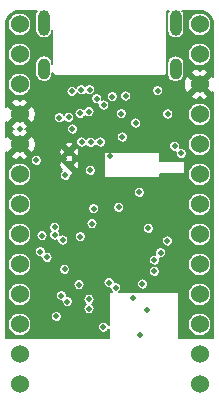
<source format=gbr>
%TF.GenerationSoftware,KiCad,Pcbnew,(5.1.9)-1*%
%TF.CreationDate,2021-05-18T20:38:47+08:00*%
%TF.ProjectId,mikoto,6d696b6f-746f-42e6-9b69-6361645f7063,rev?*%
%TF.SameCoordinates,Original*%
%TF.FileFunction,Copper,L2,Inr*%
%TF.FilePolarity,Positive*%
%FSLAX46Y46*%
G04 Gerber Fmt 4.6, Leading zero omitted, Abs format (unit mm)*
G04 Created by KiCad (PCBNEW (5.1.9)-1) date 2021-05-18 20:38:47*
%MOMM*%
%LPD*%
G01*
G04 APERTURE LIST*
%TA.AperFunction,ComponentPad*%
%ADD10C,0.500000*%
%TD*%
%TA.AperFunction,ComponentPad*%
%ADD11C,1.524000*%
%TD*%
%TA.AperFunction,ComponentPad*%
%ADD12O,1.000000X2.200000*%
%TD*%
%TA.AperFunction,ComponentPad*%
%ADD13O,1.000000X1.800000*%
%TD*%
%TA.AperFunction,ViaPad*%
%ADD14C,0.500000*%
%TD*%
%TA.AperFunction,ViaPad*%
%ADD15C,0.600000*%
%TD*%
%TA.AperFunction,Conductor*%
%ADD16C,0.150000*%
%TD*%
%TA.AperFunction,Conductor*%
%ADD17C,0.100000*%
%TD*%
G04 APERTURE END LIST*
D10*
%TO.N,GND*%
%TO.C,U3*%
X-3425000Y3325000D03*
X-3425000Y4425000D03*
%TD*%
D11*
%TO.N,P0.06*%
%TO.C,U4*%
X-7620000Y12690000D03*
%TO.N,P0.08*%
X-7620000Y10150000D03*
%TO.N,GND*%
X-7620000Y7610000D03*
X-7620000Y5070000D03*
%TO.N,P0.17*%
X-7620000Y2530000D03*
%TO.N,P0.20*%
X-7620000Y-10000D03*
%TO.N,P0.22*%
X-7620000Y-2550000D03*
%TO.N,P0.24*%
X-7620000Y-5090000D03*
%TO.N,P1.00*%
X-7620000Y-7630000D03*
%TO.N,P0.31*%
X-7620000Y-10170000D03*
%TO.N,P1.04*%
X-7620000Y-12710000D03*
%TO.N,P1.06*%
X-7620000Y-15250000D03*
%TO.N,P0.09*%
X7620000Y-15250000D03*
%TO.N,P0.10*%
X7620000Y-12710000D03*
%TO.N,P1.11*%
X7620000Y-10170000D03*
%TO.N,P1.13*%
X7620000Y-7630000D03*
%TO.N,P1.15*%
X7620000Y-5090000D03*
%TO.N,P0.02*%
X7620000Y-2550000D03*
%TO.N,P0.25*%
X7620000Y-10000D03*
%TO.N,P0.11*%
X7620000Y2530000D03*
%TO.N,PPH_VCC*%
X7620000Y5070000D03*
%TO.N,RESET*%
X7620000Y7610000D03*
%TO.N,GND*%
X7620000Y10150000D03*
%TO.N,VBAT*%
X7620000Y12690000D03*
%TD*%
%TO.N,VBUS*%
%TO.C,J2*%
X7620000Y15230000D03*
%TD*%
%TO.N,EXT_5V*%
%TO.C,J3*%
X-7620000Y15230000D03*
%TD*%
D12*
%TO.N,Net-(J1-PadS1)*%
%TO.C,J1*%
X-5575000Y15373200D03*
X5575600Y15373200D03*
D13*
X5575600Y11473200D03*
X-5575000Y11473200D03*
%TD*%
D14*
%TO.N,VDD_NRF*%
X-4100000Y-7725000D03*
X-5300000Y-4500000D03*
X4325000Y-4100000D03*
X-1350000Y-375000D03*
X-3750000Y2450000D03*
X2500000Y1000000D03*
%TO.N,VBUS*%
X4050000Y9625000D03*
X-3150000Y6375000D03*
X-2399700Y9700300D03*
%TO.N,Net-(C15-Pad2)*%
X2000000Y-7900000D03*
X3275000Y-2025000D03*
%TO.N,BAT_VOLT*%
X750000Y-250000D03*
X-3575000Y-8250000D03*
%TO.N,VBAT*%
X-4525000Y-9500000D03*
X5500000Y4925000D03*
X2200000Y6875000D03*
X-2512500Y7687500D03*
%TO.N,Net-(D3-Pad1)*%
X4925000Y7650000D03*
X1075000Y5700000D03*
%TO.N,USB_D+*%
X-4650000Y-2600000D03*
X225000Y9100000D03*
X-1100000Y8932156D03*
%TO.N,USB_D-*%
X-4650000Y-1950000D03*
X-500000Y8400000D03*
%TO.N,Net-(J1-PadB5)*%
X1350000Y9175000D03*
X-1700000Y9700000D03*
%TO.N,SWD*%
X-1750000Y-8850000D03*
%TO.N,SWC*%
X-1750000Y-8050000D03*
%TO.N,RESET*%
X-2500000Y-2750000D03*
X6050000Y4300000D03*
D15*
%TO.N,GND*%
X-1212500Y-4000000D03*
X1212500Y-4000000D03*
X0Y-4000000D03*
X0Y-5212500D03*
X0Y-2787500D03*
X-1212500Y-2787500D03*
X-1212500Y-5212500D03*
X1212500Y-2787500D03*
D14*
X4575000Y10175000D03*
X-4575000Y10175000D03*
X-7620000Y-8900000D03*
D15*
X1212500Y-5212500D03*
D14*
X-7620000Y-6360000D03*
X7620000Y1260000D03*
X7620000Y3800000D03*
X7620000Y6340000D03*
X7620000Y8880000D03*
X-7620000Y8880000D03*
X-7620000Y6340000D03*
X-7620000Y3800000D03*
X-7620000Y1260000D03*
X-7620000Y-1280000D03*
X-7620000Y-3820000D03*
X-7620000Y11420000D03*
X-7620000Y13960000D03*
X7620000Y11420000D03*
X7620000Y13960000D03*
X7620000Y-3820000D03*
X7620000Y-6360000D03*
X7620000Y-8900000D03*
X7620000Y-1280000D03*
X3150000Y-8925000D03*
X-250000Y-9800000D03*
X-1750000Y-9600000D03*
X-5060000Y-7725000D03*
X0Y4100000D03*
X2525000Y-11100000D03*
X-250000Y-11025000D03*
X-5400000Y-10475000D03*
X-1225000Y1250000D03*
X1175000Y8325000D03*
X5225000Y200000D03*
X2275000Y6075000D03*
X4950000Y-1550000D03*
%TO.N,P0.09*%
X-50000Y-6650000D03*
%TO.N,P0.10*%
X500000Y-7050000D03*
%TO.N,P1.11*%
X2775000Y-6750000D03*
%TO.N,P1.13*%
X3775000Y-5675000D03*
%TO.N,P1.15*%
X3775000Y-4725000D03*
%TO.N,P0.31*%
X4875000Y-3100000D03*
%TO.N,P1.06*%
X-525000Y-10400000D03*
%TO.N,P0.11*%
X-1500000Y-1650000D03*
%TO.N,P0.22*%
X-3825000Y-5500000D03*
%TO.N,P0.17*%
X-5875000Y-4025000D03*
%TO.N,P0.06*%
X-3475000Y7350000D03*
X-800000Y5275000D03*
%TO.N,P0.08*%
X-4275000Y7325000D03*
X-1600000Y5250000D03*
%TO.N,PPH_VCC*%
X-1650000Y2875000D03*
%TO.N,PPH_VCC_CTRL*%
X-3975000Y-3025000D03*
X-2375000Y5275000D03*
%TO.N,Net-(D1-Pad2)*%
X-5725000Y-2650000D03*
X-6225000Y3725000D03*
%TO.N,EXT_5V*%
X975000Y7675000D03*
X-1750000Y7850000D03*
X-3200000Y9550000D03*
%TO.N,P0.25*%
X-2600000Y-6800000D03*
%TD*%
D16*
%TO.N,GND*%
X-6180731Y16377936D02*
X-6248053Y16251987D01*
X-6289509Y16115324D01*
X-6300000Y16008806D01*
X-6299999Y14737593D01*
X-6289508Y14631075D01*
X-6248052Y14494412D01*
X-6180730Y14368463D01*
X-6090131Y14258068D01*
X-5979736Y14167469D01*
X-5853787Y14100147D01*
X-5717124Y14058691D01*
X-5575000Y14044693D01*
X-5432875Y14058691D01*
X-5296212Y14100147D01*
X-5170263Y14167469D01*
X-5059868Y14258068D01*
X-4969269Y14368463D01*
X-4901947Y14494412D01*
X-4860491Y14631075D01*
X-4850000Y14737593D01*
X-4849999Y12062284D01*
X-4850000Y12062274D01*
X-4850000Y11908807D01*
X-4860491Y12015325D01*
X-4901947Y12151988D01*
X-4969269Y12277937D01*
X-5059869Y12388332D01*
X-5170264Y12478931D01*
X-5296213Y12546253D01*
X-5432876Y12587709D01*
X-5575000Y12601707D01*
X-5717125Y12587709D01*
X-5853788Y12546253D01*
X-5979737Y12478931D01*
X-6090132Y12388331D01*
X-6180731Y12277936D01*
X-6248053Y12151987D01*
X-6289509Y12015324D01*
X-6300000Y11908806D01*
X-6300000Y11037593D01*
X-6289509Y10931075D01*
X-6248052Y10794412D01*
X-6180730Y10668463D01*
X-6090131Y10558068D01*
X-5979736Y10467469D01*
X-5853787Y10400147D01*
X-5717124Y10358691D01*
X-5575000Y10344693D01*
X-5432875Y10358691D01*
X-5296212Y10400147D01*
X-5170263Y10467469D01*
X-5059868Y10558068D01*
X-4969269Y10668463D01*
X-4901947Y10794412D01*
X-4860491Y10931075D01*
X-4850000Y11037593D01*
X-4850000Y11137726D01*
X-4846382Y11100992D01*
X-4832087Y11053866D01*
X-4808873Y11010436D01*
X-4777632Y10972368D01*
X-4739564Y10941127D01*
X-4696134Y10917913D01*
X-4649008Y10903618D01*
X-4612275Y10900000D01*
X-4600000Y10898791D01*
X-4587725Y10900000D01*
X4587725Y10900000D01*
X4600000Y10898791D01*
X4612275Y10900000D01*
X4649008Y10903618D01*
X4696134Y10917913D01*
X4739564Y10941127D01*
X4777632Y10972368D01*
X4808873Y11010436D01*
X4832087Y11053866D01*
X4846382Y11100992D01*
X4850600Y11143817D01*
X4850600Y11037593D01*
X4861091Y10931075D01*
X4902548Y10794412D01*
X4969870Y10668463D01*
X5060469Y10558068D01*
X5170864Y10467469D01*
X5296813Y10400147D01*
X5433476Y10358691D01*
X5575600Y10344693D01*
X5717725Y10358691D01*
X5854388Y10400147D01*
X5980337Y10467469D01*
X6090732Y10558068D01*
X6181331Y10668463D01*
X6248653Y10794412D01*
X6290109Y10931075D01*
X6300600Y11037593D01*
X6300600Y11119724D01*
X6903420Y11119724D01*
X7620000Y10403144D01*
X8336580Y11119724D01*
X8262585Y11338975D01*
X8018281Y11441491D01*
X7758670Y11494376D01*
X7493731Y11495597D01*
X7233644Y11445108D01*
X6988404Y11344849D01*
X6977415Y11338975D01*
X6903420Y11119724D01*
X6300600Y11119724D01*
X6300600Y11908807D01*
X6290109Y12015325D01*
X6248653Y12151988D01*
X6181331Y12277937D01*
X6090731Y12388332D01*
X5980336Y12478931D01*
X5854387Y12546253D01*
X5717724Y12587709D01*
X5575600Y12601707D01*
X5433475Y12587709D01*
X5296812Y12546253D01*
X5170863Y12478931D01*
X5060468Y12388331D01*
X4969869Y12277936D01*
X4902547Y12151987D01*
X4861091Y12015324D01*
X4850600Y11908806D01*
X4850600Y11156183D01*
X4850000Y11162275D01*
X4850000Y12787211D01*
X6633000Y12787211D01*
X6633000Y12592789D01*
X6670930Y12402103D01*
X6745332Y12222480D01*
X6853347Y12060824D01*
X6990824Y11923347D01*
X7152480Y11815332D01*
X7332103Y11740930D01*
X7522789Y11703000D01*
X7717211Y11703000D01*
X7907897Y11740930D01*
X8087520Y11815332D01*
X8249176Y11923347D01*
X8386653Y12060824D01*
X8494668Y12222480D01*
X8569070Y12402103D01*
X8607000Y12592789D01*
X8607000Y12787211D01*
X8569070Y12977897D01*
X8494668Y13157520D01*
X8386653Y13319176D01*
X8249176Y13456653D01*
X8087520Y13564668D01*
X7907897Y13639070D01*
X7717211Y13677000D01*
X7522789Y13677000D01*
X7332103Y13639070D01*
X7152480Y13564668D01*
X6990824Y13456653D01*
X6853347Y13319176D01*
X6745332Y13157520D01*
X6670930Y12977897D01*
X6633000Y12787211D01*
X4850000Y12787211D01*
X4850000Y16400000D01*
X4987976Y16400000D01*
X4969869Y16377936D01*
X4902547Y16251987D01*
X4861091Y16115324D01*
X4850600Y16008806D01*
X4850601Y14737593D01*
X4861092Y14631075D01*
X4902548Y14494412D01*
X4969870Y14368463D01*
X5060469Y14258068D01*
X5170864Y14167469D01*
X5296813Y14100147D01*
X5433476Y14058691D01*
X5575600Y14044693D01*
X5717725Y14058691D01*
X5854388Y14100147D01*
X5980337Y14167469D01*
X6090732Y14258068D01*
X6181331Y14368463D01*
X6248653Y14494412D01*
X6290109Y14631075D01*
X6300600Y14737593D01*
X6300600Y15327211D01*
X6633000Y15327211D01*
X6633000Y15132789D01*
X6670930Y14942103D01*
X6745332Y14762480D01*
X6853347Y14600824D01*
X6990824Y14463347D01*
X7152480Y14355332D01*
X7332103Y14280930D01*
X7522789Y14243000D01*
X7717211Y14243000D01*
X7907897Y14280930D01*
X8087520Y14355332D01*
X8249176Y14463347D01*
X8386653Y14600824D01*
X8494668Y14762480D01*
X8569070Y14942103D01*
X8607000Y15132789D01*
X8607000Y15327211D01*
X8569070Y15517897D01*
X8494668Y15697520D01*
X8386653Y15859176D01*
X8249176Y15996653D01*
X8087520Y16104668D01*
X7907897Y16179070D01*
X7717211Y16217000D01*
X7522789Y16217000D01*
X7332103Y16179070D01*
X7152480Y16104668D01*
X6990824Y15996653D01*
X6853347Y15859176D01*
X6745332Y15697520D01*
X6670930Y15517897D01*
X6633000Y15327211D01*
X6300600Y15327211D01*
X6300600Y16008807D01*
X6290109Y16115325D01*
X6248653Y16251988D01*
X6181331Y16377937D01*
X6163224Y16400000D01*
X7607771Y16400000D01*
X7843137Y16376922D01*
X8057775Y16312119D01*
X8255739Y16206860D01*
X8429485Y16065156D01*
X8572399Y15892402D01*
X8679036Y15695181D01*
X8745338Y15480994D01*
X8770000Y15246352D01*
X8770000Y10805739D01*
X8589724Y10866580D01*
X7873144Y10150000D01*
X8589724Y9433420D01*
X8770000Y9494261D01*
X8770001Y2076367D01*
X8766441Y2064632D01*
X8765000Y2050000D01*
X8765000Y-2050000D01*
X8766441Y-2064632D01*
X8770000Y-2076364D01*
X8770001Y-11325000D01*
X5875000Y-11325000D01*
X5875000Y-10072789D01*
X6633000Y-10072789D01*
X6633000Y-10267211D01*
X6670930Y-10457897D01*
X6745332Y-10637520D01*
X6853347Y-10799176D01*
X6990824Y-10936653D01*
X7152480Y-11044668D01*
X7332103Y-11119070D01*
X7522789Y-11157000D01*
X7717211Y-11157000D01*
X7907897Y-11119070D01*
X8087520Y-11044668D01*
X8249176Y-10936653D01*
X8386653Y-10799176D01*
X8494668Y-10637520D01*
X8569070Y-10457897D01*
X8607000Y-10267211D01*
X8607000Y-10072789D01*
X8569070Y-9882103D01*
X8494668Y-9702480D01*
X8386653Y-9540824D01*
X8249176Y-9403347D01*
X8087520Y-9295332D01*
X7907897Y-9220930D01*
X7717211Y-9183000D01*
X7522789Y-9183000D01*
X7332103Y-9220930D01*
X7152480Y-9295332D01*
X6990824Y-9403347D01*
X6853347Y-9540824D01*
X6745332Y-9702480D01*
X6670930Y-9882103D01*
X6633000Y-10072789D01*
X5875000Y-10072789D01*
X5875000Y-7532789D01*
X6633000Y-7532789D01*
X6633000Y-7727211D01*
X6670930Y-7917897D01*
X6745332Y-8097520D01*
X6853347Y-8259176D01*
X6990824Y-8396653D01*
X7152480Y-8504668D01*
X7332103Y-8579070D01*
X7522789Y-8617000D01*
X7717211Y-8617000D01*
X7907897Y-8579070D01*
X8087520Y-8504668D01*
X8249176Y-8396653D01*
X8386653Y-8259176D01*
X8494668Y-8097520D01*
X8569070Y-7917897D01*
X8607000Y-7727211D01*
X8607000Y-7532789D01*
X8569070Y-7342103D01*
X8494668Y-7162480D01*
X8386653Y-7000824D01*
X8249176Y-6863347D01*
X8087520Y-6755332D01*
X7907897Y-6680930D01*
X7717211Y-6643000D01*
X7522789Y-6643000D01*
X7332103Y-6680930D01*
X7152480Y-6755332D01*
X6990824Y-6863347D01*
X6853347Y-7000824D01*
X6745332Y-7162480D01*
X6670930Y-7342103D01*
X6633000Y-7532789D01*
X5875000Y-7532789D01*
X5875000Y-7500000D01*
X5873559Y-7485368D01*
X5869291Y-7471299D01*
X5862360Y-7458332D01*
X5853033Y-7446967D01*
X5841668Y-7437640D01*
X5828701Y-7430709D01*
X5814632Y-7426441D01*
X5800000Y-7425000D01*
X793750Y-7425000D01*
X802795Y-7418956D01*
X868956Y-7352795D01*
X920939Y-7274997D01*
X956746Y-7188552D01*
X975000Y-7096783D01*
X975000Y-7003217D01*
X956746Y-6911448D01*
X920939Y-6825003D01*
X868956Y-6747205D01*
X824968Y-6703217D01*
X2300000Y-6703217D01*
X2300000Y-6796783D01*
X2318254Y-6888552D01*
X2354061Y-6974997D01*
X2406044Y-7052795D01*
X2472205Y-7118956D01*
X2550003Y-7170939D01*
X2636448Y-7206746D01*
X2728217Y-7225000D01*
X2821783Y-7225000D01*
X2913552Y-7206746D01*
X2999997Y-7170939D01*
X3077795Y-7118956D01*
X3143956Y-7052795D01*
X3195939Y-6974997D01*
X3231746Y-6888552D01*
X3250000Y-6796783D01*
X3250000Y-6703217D01*
X3231746Y-6611448D01*
X3195939Y-6525003D01*
X3143956Y-6447205D01*
X3077795Y-6381044D01*
X2999997Y-6329061D01*
X2913552Y-6293254D01*
X2821783Y-6275000D01*
X2728217Y-6275000D01*
X2636448Y-6293254D01*
X2550003Y-6329061D01*
X2472205Y-6381044D01*
X2406044Y-6447205D01*
X2354061Y-6525003D01*
X2318254Y-6611448D01*
X2300000Y-6703217D01*
X824968Y-6703217D01*
X802795Y-6681044D01*
X724997Y-6629061D01*
X638552Y-6593254D01*
X546783Y-6575000D01*
X453217Y-6575000D01*
X420675Y-6581473D01*
X406746Y-6511448D01*
X370939Y-6425003D01*
X318956Y-6347205D01*
X252795Y-6281044D01*
X174997Y-6229061D01*
X88552Y-6193254D01*
X-3217Y-6175000D01*
X-96783Y-6175000D01*
X-188552Y-6193254D01*
X-274997Y-6229061D01*
X-352795Y-6281044D01*
X-418956Y-6347205D01*
X-470939Y-6425003D01*
X-506746Y-6511448D01*
X-525000Y-6603217D01*
X-525000Y-6696783D01*
X-506746Y-6788552D01*
X-470939Y-6874997D01*
X-418956Y-6952795D01*
X-352795Y-7018956D01*
X-274997Y-7070939D01*
X-188552Y-7106746D01*
X-96783Y-7125000D01*
X-3217Y-7125000D01*
X29325Y-7118527D01*
X43254Y-7188552D01*
X79061Y-7274997D01*
X131044Y-7352795D01*
X197205Y-7418956D01*
X206250Y-7425000D01*
X0Y-7425000D01*
X-14632Y-7426441D01*
X-28701Y-7430709D01*
X-41668Y-7437640D01*
X-53033Y-7446967D01*
X-62360Y-7458332D01*
X-69291Y-7471299D01*
X-73559Y-7485368D01*
X-75000Y-7500000D01*
X-75000Y-10245162D01*
X-104061Y-10175003D01*
X-156044Y-10097205D01*
X-222205Y-10031044D01*
X-300003Y-9979061D01*
X-386448Y-9943254D01*
X-478217Y-9925000D01*
X-571783Y-9925000D01*
X-663552Y-9943254D01*
X-749997Y-9979061D01*
X-827795Y-10031044D01*
X-893956Y-10097205D01*
X-945939Y-10175003D01*
X-981746Y-10261448D01*
X-1000000Y-10353217D01*
X-1000000Y-10446783D01*
X-981746Y-10538552D01*
X-945939Y-10624997D01*
X-893956Y-10702795D01*
X-827795Y-10768956D01*
X-749997Y-10820939D01*
X-663552Y-10856746D01*
X-571783Y-10875000D01*
X-478217Y-10875000D01*
X-386448Y-10856746D01*
X-300003Y-10820939D01*
X-222205Y-10768956D01*
X-156044Y-10702795D01*
X-104061Y-10624997D01*
X-75000Y-10554838D01*
X-75000Y-11325000D01*
X-8770000Y-11325000D01*
X-8770000Y-10072789D01*
X-8607000Y-10072789D01*
X-8607000Y-10267211D01*
X-8569070Y-10457897D01*
X-8494668Y-10637520D01*
X-8386653Y-10799176D01*
X-8249176Y-10936653D01*
X-8087520Y-11044668D01*
X-7907897Y-11119070D01*
X-7717211Y-11157000D01*
X-7522789Y-11157000D01*
X-7332103Y-11119070D01*
X-7152480Y-11044668D01*
X-6990824Y-10936653D01*
X-6853347Y-10799176D01*
X-6745332Y-10637520D01*
X-6670930Y-10457897D01*
X-6633000Y-10267211D01*
X-6633000Y-10072789D01*
X-6670930Y-9882103D01*
X-6745332Y-9702480D01*
X-6853347Y-9540824D01*
X-6940954Y-9453217D01*
X-5000000Y-9453217D01*
X-5000000Y-9546783D01*
X-4981746Y-9638552D01*
X-4945939Y-9724997D01*
X-4893956Y-9802795D01*
X-4827795Y-9868956D01*
X-4749997Y-9920939D01*
X-4663552Y-9956746D01*
X-4571783Y-9975000D01*
X-4478217Y-9975000D01*
X-4386448Y-9956746D01*
X-4300003Y-9920939D01*
X-4222205Y-9868956D01*
X-4156044Y-9802795D01*
X-4104061Y-9724997D01*
X-4068254Y-9638552D01*
X-4050000Y-9546783D01*
X-4050000Y-9453217D01*
X-4068254Y-9361448D01*
X-4104061Y-9275003D01*
X-4156044Y-9197205D01*
X-4222205Y-9131044D01*
X-4300003Y-9079061D01*
X-4386448Y-9043254D01*
X-4478217Y-9025000D01*
X-4571783Y-9025000D01*
X-4663552Y-9043254D01*
X-4749997Y-9079061D01*
X-4827795Y-9131044D01*
X-4893956Y-9197205D01*
X-4945939Y-9275003D01*
X-4981746Y-9361448D01*
X-5000000Y-9453217D01*
X-6940954Y-9453217D01*
X-6990824Y-9403347D01*
X-7152480Y-9295332D01*
X-7332103Y-9220930D01*
X-7522789Y-9183000D01*
X-7717211Y-9183000D01*
X-7907897Y-9220930D01*
X-8087520Y-9295332D01*
X-8249176Y-9403347D01*
X-8386653Y-9540824D01*
X-8494668Y-9702480D01*
X-8569070Y-9882103D01*
X-8607000Y-10072789D01*
X-8770000Y-10072789D01*
X-8770000Y-7532789D01*
X-8607000Y-7532789D01*
X-8607000Y-7727211D01*
X-8569070Y-7917897D01*
X-8494668Y-8097520D01*
X-8386653Y-8259176D01*
X-8249176Y-8396653D01*
X-8087520Y-8504668D01*
X-7907897Y-8579070D01*
X-7717211Y-8617000D01*
X-7522789Y-8617000D01*
X-7332103Y-8579070D01*
X-7152480Y-8504668D01*
X-6990824Y-8396653D01*
X-6853347Y-8259176D01*
X-6745332Y-8097520D01*
X-6670930Y-7917897D01*
X-6633000Y-7727211D01*
X-6633000Y-7678217D01*
X-4575000Y-7678217D01*
X-4575000Y-7771783D01*
X-4556746Y-7863552D01*
X-4520939Y-7949997D01*
X-4468956Y-8027795D01*
X-4402795Y-8093956D01*
X-4324997Y-8145939D01*
X-4238552Y-8181746D01*
X-4146783Y-8200000D01*
X-4053217Y-8200000D01*
X-4049201Y-8199201D01*
X-4050000Y-8203217D01*
X-4050000Y-8296783D01*
X-4031746Y-8388552D01*
X-3995939Y-8474997D01*
X-3943956Y-8552795D01*
X-3877795Y-8618956D01*
X-3799997Y-8670939D01*
X-3713552Y-8706746D01*
X-3621783Y-8725000D01*
X-3528217Y-8725000D01*
X-3436448Y-8706746D01*
X-3350003Y-8670939D01*
X-3272205Y-8618956D01*
X-3206044Y-8552795D01*
X-3154061Y-8474997D01*
X-3118254Y-8388552D01*
X-3100000Y-8296783D01*
X-3100000Y-8203217D01*
X-3118254Y-8111448D01*
X-3154061Y-8025003D01*
X-3168617Y-8003217D01*
X-2225000Y-8003217D01*
X-2225000Y-8096783D01*
X-2206746Y-8188552D01*
X-2170939Y-8274997D01*
X-2118956Y-8352795D01*
X-2052795Y-8418956D01*
X-2006334Y-8450000D01*
X-2052795Y-8481044D01*
X-2118956Y-8547205D01*
X-2170939Y-8625003D01*
X-2206746Y-8711448D01*
X-2225000Y-8803217D01*
X-2225000Y-8896783D01*
X-2206746Y-8988552D01*
X-2170939Y-9074997D01*
X-2118956Y-9152795D01*
X-2052795Y-9218956D01*
X-1974997Y-9270939D01*
X-1888552Y-9306746D01*
X-1796783Y-9325000D01*
X-1703217Y-9325000D01*
X-1611448Y-9306746D01*
X-1525003Y-9270939D01*
X-1447205Y-9218956D01*
X-1381044Y-9152795D01*
X-1329061Y-9074997D01*
X-1293254Y-8988552D01*
X-1275000Y-8896783D01*
X-1275000Y-8803217D01*
X-1293254Y-8711448D01*
X-1329061Y-8625003D01*
X-1381044Y-8547205D01*
X-1447205Y-8481044D01*
X-1493666Y-8450000D01*
X-1447205Y-8418956D01*
X-1381044Y-8352795D01*
X-1329061Y-8274997D01*
X-1293254Y-8188552D01*
X-1275000Y-8096783D01*
X-1275000Y-8003217D01*
X-1293254Y-7911448D01*
X-1329061Y-7825003D01*
X-1381044Y-7747205D01*
X-1447205Y-7681044D01*
X-1525003Y-7629061D01*
X-1611448Y-7593254D01*
X-1703217Y-7575000D01*
X-1796783Y-7575000D01*
X-1888552Y-7593254D01*
X-1974997Y-7629061D01*
X-2052795Y-7681044D01*
X-2118956Y-7747205D01*
X-2170939Y-7825003D01*
X-2206746Y-7911448D01*
X-2225000Y-8003217D01*
X-3168617Y-8003217D01*
X-3206044Y-7947205D01*
X-3272205Y-7881044D01*
X-3350003Y-7829061D01*
X-3436448Y-7793254D01*
X-3528217Y-7775000D01*
X-3621783Y-7775000D01*
X-3625799Y-7775799D01*
X-3625000Y-7771783D01*
X-3625000Y-7678217D01*
X-3643254Y-7586448D01*
X-3679061Y-7500003D01*
X-3731044Y-7422205D01*
X-3797205Y-7356044D01*
X-3875003Y-7304061D01*
X-3961448Y-7268254D01*
X-4053217Y-7250000D01*
X-4146783Y-7250000D01*
X-4238552Y-7268254D01*
X-4324997Y-7304061D01*
X-4402795Y-7356044D01*
X-4468956Y-7422205D01*
X-4520939Y-7500003D01*
X-4556746Y-7586448D01*
X-4575000Y-7678217D01*
X-6633000Y-7678217D01*
X-6633000Y-7532789D01*
X-6670930Y-7342103D01*
X-6745332Y-7162480D01*
X-6853347Y-7000824D01*
X-6990824Y-6863347D01*
X-7152480Y-6755332D01*
X-7157586Y-6753217D01*
X-3075000Y-6753217D01*
X-3075000Y-6846783D01*
X-3056746Y-6938552D01*
X-3020939Y-7024997D01*
X-2968956Y-7102795D01*
X-2902795Y-7168956D01*
X-2824997Y-7220939D01*
X-2738552Y-7256746D01*
X-2646783Y-7275000D01*
X-2553217Y-7275000D01*
X-2461448Y-7256746D01*
X-2375003Y-7220939D01*
X-2297205Y-7168956D01*
X-2231044Y-7102795D01*
X-2179061Y-7024997D01*
X-2143254Y-6938552D01*
X-2125000Y-6846783D01*
X-2125000Y-6753217D01*
X-2143254Y-6661448D01*
X-2179061Y-6575003D01*
X-2231044Y-6497205D01*
X-2297205Y-6431044D01*
X-2375003Y-6379061D01*
X-2461448Y-6343254D01*
X-2553217Y-6325000D01*
X-2646783Y-6325000D01*
X-2738552Y-6343254D01*
X-2824997Y-6379061D01*
X-2902795Y-6431044D01*
X-2968956Y-6497205D01*
X-3020939Y-6575003D01*
X-3056746Y-6661448D01*
X-3075000Y-6753217D01*
X-7157586Y-6753217D01*
X-7332103Y-6680930D01*
X-7522789Y-6643000D01*
X-7717211Y-6643000D01*
X-7907897Y-6680930D01*
X-8087520Y-6755332D01*
X-8249176Y-6863347D01*
X-8386653Y-7000824D01*
X-8494668Y-7162480D01*
X-8569070Y-7342103D01*
X-8607000Y-7532789D01*
X-8770000Y-7532789D01*
X-8770000Y-4992789D01*
X-8607000Y-4992789D01*
X-8607000Y-5187211D01*
X-8569070Y-5377897D01*
X-8494668Y-5557520D01*
X-8386653Y-5719176D01*
X-8249176Y-5856653D01*
X-8087520Y-5964668D01*
X-7907897Y-6039070D01*
X-7717211Y-6077000D01*
X-7522789Y-6077000D01*
X-7332103Y-6039070D01*
X-7152480Y-5964668D01*
X-6990824Y-5856653D01*
X-6853347Y-5719176D01*
X-6745332Y-5557520D01*
X-6702129Y-5453217D01*
X-4300000Y-5453217D01*
X-4300000Y-5546783D01*
X-4281746Y-5638552D01*
X-4245939Y-5724997D01*
X-4193956Y-5802795D01*
X-4127795Y-5868956D01*
X-4049997Y-5920939D01*
X-3963552Y-5956746D01*
X-3871783Y-5975000D01*
X-3778217Y-5975000D01*
X-3686448Y-5956746D01*
X-3600003Y-5920939D01*
X-3522205Y-5868956D01*
X-3456044Y-5802795D01*
X-3404061Y-5724997D01*
X-3368254Y-5638552D01*
X-3350000Y-5546783D01*
X-3350000Y-5453217D01*
X-3368254Y-5361448D01*
X-3404061Y-5275003D01*
X-3456044Y-5197205D01*
X-3522205Y-5131044D01*
X-3600003Y-5079061D01*
X-3686448Y-5043254D01*
X-3778217Y-5025000D01*
X-3871783Y-5025000D01*
X-3963552Y-5043254D01*
X-4049997Y-5079061D01*
X-4127795Y-5131044D01*
X-4193956Y-5197205D01*
X-4245939Y-5275003D01*
X-4281746Y-5361448D01*
X-4300000Y-5453217D01*
X-6702129Y-5453217D01*
X-6670930Y-5377897D01*
X-6633000Y-5187211D01*
X-6633000Y-4992789D01*
X-6670930Y-4802103D01*
X-6745332Y-4622480D01*
X-6853347Y-4460824D01*
X-6990824Y-4323347D01*
X-7152480Y-4215332D01*
X-7332103Y-4140930D01*
X-7522789Y-4103000D01*
X-7717211Y-4103000D01*
X-7907897Y-4140930D01*
X-8087520Y-4215332D01*
X-8249176Y-4323347D01*
X-8386653Y-4460824D01*
X-8494668Y-4622480D01*
X-8569070Y-4802103D01*
X-8607000Y-4992789D01*
X-8770000Y-4992789D01*
X-8770000Y-3978217D01*
X-6350000Y-3978217D01*
X-6350000Y-4071783D01*
X-6331746Y-4163552D01*
X-6295939Y-4249997D01*
X-6243956Y-4327795D01*
X-6177795Y-4393956D01*
X-6099997Y-4445939D01*
X-6013552Y-4481746D01*
X-5921783Y-4500000D01*
X-5828217Y-4500000D01*
X-5775000Y-4489414D01*
X-5775000Y-4546783D01*
X-5756746Y-4638552D01*
X-5720939Y-4724997D01*
X-5668956Y-4802795D01*
X-5602795Y-4868956D01*
X-5524997Y-4920939D01*
X-5438552Y-4956746D01*
X-5346783Y-4975000D01*
X-5253217Y-4975000D01*
X-5161448Y-4956746D01*
X-5075003Y-4920939D01*
X-4997205Y-4868956D01*
X-4931044Y-4802795D01*
X-4879061Y-4724997D01*
X-4859684Y-4678217D01*
X3300000Y-4678217D01*
X3300000Y-4771783D01*
X3318254Y-4863552D01*
X3354061Y-4949997D01*
X3406044Y-5027795D01*
X3472205Y-5093956D01*
X3550003Y-5145939D01*
X3636448Y-5181746D01*
X3728217Y-5200000D01*
X3636448Y-5218254D01*
X3550003Y-5254061D01*
X3472205Y-5306044D01*
X3406044Y-5372205D01*
X3354061Y-5450003D01*
X3318254Y-5536448D01*
X3300000Y-5628217D01*
X3300000Y-5721783D01*
X3318254Y-5813552D01*
X3354061Y-5899997D01*
X3406044Y-5977795D01*
X3472205Y-6043956D01*
X3550003Y-6095939D01*
X3636448Y-6131746D01*
X3728217Y-6150000D01*
X3821783Y-6150000D01*
X3913552Y-6131746D01*
X3999997Y-6095939D01*
X4077795Y-6043956D01*
X4143956Y-5977795D01*
X4195939Y-5899997D01*
X4231746Y-5813552D01*
X4250000Y-5721783D01*
X4250000Y-5628217D01*
X4231746Y-5536448D01*
X4195939Y-5450003D01*
X4143956Y-5372205D01*
X4077795Y-5306044D01*
X3999997Y-5254061D01*
X3913552Y-5218254D01*
X3821783Y-5200000D01*
X3913552Y-5181746D01*
X3999997Y-5145939D01*
X4077795Y-5093956D01*
X4143956Y-5027795D01*
X4167346Y-4992789D01*
X6633000Y-4992789D01*
X6633000Y-5187211D01*
X6670930Y-5377897D01*
X6745332Y-5557520D01*
X6853347Y-5719176D01*
X6990824Y-5856653D01*
X7152480Y-5964668D01*
X7332103Y-6039070D01*
X7522789Y-6077000D01*
X7717211Y-6077000D01*
X7907897Y-6039070D01*
X8087520Y-5964668D01*
X8249176Y-5856653D01*
X8386653Y-5719176D01*
X8494668Y-5557520D01*
X8569070Y-5377897D01*
X8607000Y-5187211D01*
X8607000Y-4992789D01*
X8569070Y-4802103D01*
X8494668Y-4622480D01*
X8386653Y-4460824D01*
X8249176Y-4323347D01*
X8087520Y-4215332D01*
X7907897Y-4140930D01*
X7717211Y-4103000D01*
X7522789Y-4103000D01*
X7332103Y-4140930D01*
X7152480Y-4215332D01*
X6990824Y-4323347D01*
X6853347Y-4460824D01*
X6745332Y-4622480D01*
X6670930Y-4802103D01*
X6633000Y-4992789D01*
X4167346Y-4992789D01*
X4195939Y-4949997D01*
X4231746Y-4863552D01*
X4250000Y-4771783D01*
X4250000Y-4678217D01*
X4231746Y-4586448D01*
X4222406Y-4563898D01*
X4278217Y-4575000D01*
X4371783Y-4575000D01*
X4463552Y-4556746D01*
X4549997Y-4520939D01*
X4627795Y-4468956D01*
X4693956Y-4402795D01*
X4745939Y-4324997D01*
X4781746Y-4238552D01*
X4800000Y-4146783D01*
X4800000Y-4053217D01*
X4781746Y-3961448D01*
X4745939Y-3875003D01*
X4693956Y-3797205D01*
X4627795Y-3731044D01*
X4549997Y-3679061D01*
X4463552Y-3643254D01*
X4371783Y-3625000D01*
X4278217Y-3625000D01*
X4186448Y-3643254D01*
X4100003Y-3679061D01*
X4022205Y-3731044D01*
X3956044Y-3797205D01*
X3904061Y-3875003D01*
X3868254Y-3961448D01*
X3850000Y-4053217D01*
X3850000Y-4146783D01*
X3868254Y-4238552D01*
X3877594Y-4261102D01*
X3821783Y-4250000D01*
X3728217Y-4250000D01*
X3636448Y-4268254D01*
X3550003Y-4304061D01*
X3472205Y-4356044D01*
X3406044Y-4422205D01*
X3354061Y-4500003D01*
X3318254Y-4586448D01*
X3300000Y-4678217D01*
X-4859684Y-4678217D01*
X-4843254Y-4638552D01*
X-4825000Y-4546783D01*
X-4825000Y-4453217D01*
X-4843254Y-4361448D01*
X-4879061Y-4275003D01*
X-4931044Y-4197205D01*
X-4997205Y-4131044D01*
X-5075003Y-4079061D01*
X-5161448Y-4043254D01*
X-5253217Y-4025000D01*
X-5346783Y-4025000D01*
X-5400000Y-4035586D01*
X-5400000Y-3978217D01*
X-5418254Y-3886448D01*
X-5454061Y-3800003D01*
X-5506044Y-3722205D01*
X-5572205Y-3656044D01*
X-5650003Y-3604061D01*
X-5736448Y-3568254D01*
X-5828217Y-3550000D01*
X-5921783Y-3550000D01*
X-6013552Y-3568254D01*
X-6099997Y-3604061D01*
X-6177795Y-3656044D01*
X-6243956Y-3722205D01*
X-6295939Y-3800003D01*
X-6331746Y-3886448D01*
X-6350000Y-3978217D01*
X-8770000Y-3978217D01*
X-8770000Y-2452789D01*
X-8607000Y-2452789D01*
X-8607000Y-2647211D01*
X-8569070Y-2837897D01*
X-8494668Y-3017520D01*
X-8386653Y-3179176D01*
X-8249176Y-3316653D01*
X-8087520Y-3424668D01*
X-7907897Y-3499070D01*
X-7717211Y-3537000D01*
X-7522789Y-3537000D01*
X-7332103Y-3499070D01*
X-7152480Y-3424668D01*
X-6990824Y-3316653D01*
X-6853347Y-3179176D01*
X-6745332Y-3017520D01*
X-6670930Y-2837897D01*
X-6633000Y-2647211D01*
X-6633000Y-2603217D01*
X-6200000Y-2603217D01*
X-6200000Y-2696783D01*
X-6181746Y-2788552D01*
X-6145939Y-2874997D01*
X-6093956Y-2952795D01*
X-6027795Y-3018956D01*
X-5949997Y-3070939D01*
X-5863552Y-3106746D01*
X-5771783Y-3125000D01*
X-5678217Y-3125000D01*
X-5586448Y-3106746D01*
X-5500003Y-3070939D01*
X-5422205Y-3018956D01*
X-5356044Y-2952795D01*
X-5304061Y-2874997D01*
X-5268254Y-2788552D01*
X-5250000Y-2696783D01*
X-5250000Y-2603217D01*
X-5268254Y-2511448D01*
X-5304061Y-2425003D01*
X-5356044Y-2347205D01*
X-5422205Y-2281044D01*
X-5500003Y-2229061D01*
X-5586448Y-2193254D01*
X-5678217Y-2175000D01*
X-5771783Y-2175000D01*
X-5863552Y-2193254D01*
X-5949997Y-2229061D01*
X-6027795Y-2281044D01*
X-6093956Y-2347205D01*
X-6145939Y-2425003D01*
X-6181746Y-2511448D01*
X-6200000Y-2603217D01*
X-6633000Y-2603217D01*
X-6633000Y-2452789D01*
X-6670930Y-2262103D01*
X-6745332Y-2082480D01*
X-6853347Y-1920824D01*
X-6870954Y-1903217D01*
X-5125000Y-1903217D01*
X-5125000Y-1996783D01*
X-5106746Y-2088552D01*
X-5070939Y-2174997D01*
X-5018956Y-2252795D01*
X-4996751Y-2275000D01*
X-5018956Y-2297205D01*
X-5070939Y-2375003D01*
X-5106746Y-2461448D01*
X-5125000Y-2553217D01*
X-5125000Y-2646783D01*
X-5106746Y-2738552D01*
X-5070939Y-2824997D01*
X-5018956Y-2902795D01*
X-4952795Y-2968956D01*
X-4874997Y-3020939D01*
X-4788552Y-3056746D01*
X-4696783Y-3075000D01*
X-4603217Y-3075000D01*
X-4511448Y-3056746D01*
X-4450000Y-3031293D01*
X-4450000Y-3071783D01*
X-4431746Y-3163552D01*
X-4395939Y-3249997D01*
X-4343956Y-3327795D01*
X-4277795Y-3393956D01*
X-4199997Y-3445939D01*
X-4113552Y-3481746D01*
X-4021783Y-3500000D01*
X-3928217Y-3500000D01*
X-3836448Y-3481746D01*
X-3750003Y-3445939D01*
X-3672205Y-3393956D01*
X-3606044Y-3327795D01*
X-3554061Y-3249997D01*
X-3518254Y-3163552D01*
X-3500000Y-3071783D01*
X-3500000Y-2978217D01*
X-3518254Y-2886448D01*
X-3554061Y-2800003D01*
X-3606044Y-2722205D01*
X-3625032Y-2703217D01*
X-2975000Y-2703217D01*
X-2975000Y-2796783D01*
X-2956746Y-2888552D01*
X-2920939Y-2974997D01*
X-2868956Y-3052795D01*
X-2802795Y-3118956D01*
X-2724997Y-3170939D01*
X-2638552Y-3206746D01*
X-2546783Y-3225000D01*
X-2453217Y-3225000D01*
X-2361448Y-3206746D01*
X-2275003Y-3170939D01*
X-2197205Y-3118956D01*
X-2131466Y-3053217D01*
X4400000Y-3053217D01*
X4400000Y-3146783D01*
X4418254Y-3238552D01*
X4454061Y-3324997D01*
X4506044Y-3402795D01*
X4572205Y-3468956D01*
X4650003Y-3520939D01*
X4736448Y-3556746D01*
X4828217Y-3575000D01*
X4921783Y-3575000D01*
X5013552Y-3556746D01*
X5099997Y-3520939D01*
X5177795Y-3468956D01*
X5243956Y-3402795D01*
X5295939Y-3324997D01*
X5331746Y-3238552D01*
X5350000Y-3146783D01*
X5350000Y-3053217D01*
X5331746Y-2961448D01*
X5295939Y-2875003D01*
X5243956Y-2797205D01*
X5177795Y-2731044D01*
X5099997Y-2679061D01*
X5013552Y-2643254D01*
X4921783Y-2625000D01*
X4828217Y-2625000D01*
X4736448Y-2643254D01*
X4650003Y-2679061D01*
X4572205Y-2731044D01*
X4506044Y-2797205D01*
X4454061Y-2875003D01*
X4418254Y-2961448D01*
X4400000Y-3053217D01*
X-2131466Y-3053217D01*
X-2131044Y-3052795D01*
X-2079061Y-2974997D01*
X-2043254Y-2888552D01*
X-2025000Y-2796783D01*
X-2025000Y-2703217D01*
X-2043254Y-2611448D01*
X-2079061Y-2525003D01*
X-2131044Y-2447205D01*
X-2197205Y-2381044D01*
X-2275003Y-2329061D01*
X-2361448Y-2293254D01*
X-2453217Y-2275000D01*
X-2546783Y-2275000D01*
X-2638552Y-2293254D01*
X-2724997Y-2329061D01*
X-2802795Y-2381044D01*
X-2868956Y-2447205D01*
X-2920939Y-2525003D01*
X-2956746Y-2611448D01*
X-2975000Y-2703217D01*
X-3625032Y-2703217D01*
X-3672205Y-2656044D01*
X-3750003Y-2604061D01*
X-3836448Y-2568254D01*
X-3928217Y-2550000D01*
X-4021783Y-2550000D01*
X-4113552Y-2568254D01*
X-4175000Y-2593707D01*
X-4175000Y-2553217D01*
X-4193254Y-2461448D01*
X-4229061Y-2375003D01*
X-4281044Y-2297205D01*
X-4303249Y-2275000D01*
X-4281044Y-2252795D01*
X-4229061Y-2174997D01*
X-4193254Y-2088552D01*
X-4175000Y-1996783D01*
X-4175000Y-1903217D01*
X-4193254Y-1811448D01*
X-4229061Y-1725003D01*
X-4281044Y-1647205D01*
X-4325032Y-1603217D01*
X-1975000Y-1603217D01*
X-1975000Y-1696783D01*
X-1956746Y-1788552D01*
X-1920939Y-1874997D01*
X-1868956Y-1952795D01*
X-1802795Y-2018956D01*
X-1724997Y-2070939D01*
X-1638552Y-2106746D01*
X-1546783Y-2125000D01*
X-1453217Y-2125000D01*
X-1361448Y-2106746D01*
X-1275003Y-2070939D01*
X-1197205Y-2018956D01*
X-1156466Y-1978217D01*
X2800000Y-1978217D01*
X2800000Y-2071783D01*
X2818254Y-2163552D01*
X2854061Y-2249997D01*
X2906044Y-2327795D01*
X2972205Y-2393956D01*
X3050003Y-2445939D01*
X3136448Y-2481746D01*
X3228217Y-2500000D01*
X3321783Y-2500000D01*
X3413552Y-2481746D01*
X3483459Y-2452789D01*
X6633000Y-2452789D01*
X6633000Y-2647211D01*
X6670930Y-2837897D01*
X6745332Y-3017520D01*
X6853347Y-3179176D01*
X6990824Y-3316653D01*
X7152480Y-3424668D01*
X7332103Y-3499070D01*
X7522789Y-3537000D01*
X7717211Y-3537000D01*
X7907897Y-3499070D01*
X8087520Y-3424668D01*
X8249176Y-3316653D01*
X8386653Y-3179176D01*
X8494668Y-3017520D01*
X8569070Y-2837897D01*
X8607000Y-2647211D01*
X8607000Y-2452789D01*
X8569070Y-2262103D01*
X8494668Y-2082480D01*
X8386653Y-1920824D01*
X8249176Y-1783347D01*
X8087520Y-1675332D01*
X7907897Y-1600930D01*
X7717211Y-1563000D01*
X7522789Y-1563000D01*
X7332103Y-1600930D01*
X7152480Y-1675332D01*
X6990824Y-1783347D01*
X6853347Y-1920824D01*
X6745332Y-2082480D01*
X6670930Y-2262103D01*
X6633000Y-2452789D01*
X3483459Y-2452789D01*
X3499997Y-2445939D01*
X3577795Y-2393956D01*
X3643956Y-2327795D01*
X3695939Y-2249997D01*
X3731746Y-2163552D01*
X3750000Y-2071783D01*
X3750000Y-1978217D01*
X3731746Y-1886448D01*
X3695939Y-1800003D01*
X3643956Y-1722205D01*
X3577795Y-1656044D01*
X3499997Y-1604061D01*
X3413552Y-1568254D01*
X3321783Y-1550000D01*
X3228217Y-1550000D01*
X3136448Y-1568254D01*
X3050003Y-1604061D01*
X2972205Y-1656044D01*
X2906044Y-1722205D01*
X2854061Y-1800003D01*
X2818254Y-1886448D01*
X2800000Y-1978217D01*
X-1156466Y-1978217D01*
X-1131044Y-1952795D01*
X-1079061Y-1874997D01*
X-1043254Y-1788552D01*
X-1025000Y-1696783D01*
X-1025000Y-1603217D01*
X-1043254Y-1511448D01*
X-1079061Y-1425003D01*
X-1131044Y-1347205D01*
X-1197205Y-1281044D01*
X-1275003Y-1229061D01*
X-1361448Y-1193254D01*
X-1453217Y-1175000D01*
X-1546783Y-1175000D01*
X-1638552Y-1193254D01*
X-1724997Y-1229061D01*
X-1802795Y-1281044D01*
X-1868956Y-1347205D01*
X-1920939Y-1425003D01*
X-1956746Y-1511448D01*
X-1975000Y-1603217D01*
X-4325032Y-1603217D01*
X-4347205Y-1581044D01*
X-4425003Y-1529061D01*
X-4511448Y-1493254D01*
X-4603217Y-1475000D01*
X-4696783Y-1475000D01*
X-4788552Y-1493254D01*
X-4874997Y-1529061D01*
X-4952795Y-1581044D01*
X-5018956Y-1647205D01*
X-5070939Y-1725003D01*
X-5106746Y-1811448D01*
X-5125000Y-1903217D01*
X-6870954Y-1903217D01*
X-6990824Y-1783347D01*
X-7152480Y-1675332D01*
X-7332103Y-1600930D01*
X-7522789Y-1563000D01*
X-7717211Y-1563000D01*
X-7907897Y-1600930D01*
X-8087520Y-1675332D01*
X-8249176Y-1783347D01*
X-8386653Y-1920824D01*
X-8494668Y-2082480D01*
X-8569070Y-2262103D01*
X-8607000Y-2452789D01*
X-8770000Y-2452789D01*
X-8770000Y-2076364D01*
X-8766441Y-2064632D01*
X-8765000Y-2050000D01*
X-8765000Y87211D01*
X-8607000Y87211D01*
X-8607000Y-107211D01*
X-8569070Y-297897D01*
X-8494668Y-477520D01*
X-8386653Y-639176D01*
X-8249176Y-776653D01*
X-8087520Y-884668D01*
X-7907897Y-959070D01*
X-7717211Y-997000D01*
X-7522789Y-997000D01*
X-7332103Y-959070D01*
X-7152480Y-884668D01*
X-6990824Y-776653D01*
X-6853347Y-639176D01*
X-6745332Y-477520D01*
X-6683489Y-328217D01*
X-1825000Y-328217D01*
X-1825000Y-421783D01*
X-1806746Y-513552D01*
X-1770939Y-599997D01*
X-1718956Y-677795D01*
X-1652795Y-743956D01*
X-1574997Y-795939D01*
X-1488552Y-831746D01*
X-1396783Y-850000D01*
X-1303217Y-850000D01*
X-1211448Y-831746D01*
X-1125003Y-795939D01*
X-1047205Y-743956D01*
X-981044Y-677795D01*
X-929061Y-599997D01*
X-893254Y-513552D01*
X-875000Y-421783D01*
X-875000Y-328217D01*
X-893254Y-236448D01*
X-907018Y-203217D01*
X275000Y-203217D01*
X275000Y-296783D01*
X293254Y-388552D01*
X329061Y-474997D01*
X381044Y-552795D01*
X447205Y-618956D01*
X525003Y-670939D01*
X611448Y-706746D01*
X703217Y-725000D01*
X796783Y-725000D01*
X888552Y-706746D01*
X974997Y-670939D01*
X1052795Y-618956D01*
X1118956Y-552795D01*
X1170939Y-474997D01*
X1206746Y-388552D01*
X1225000Y-296783D01*
X1225000Y-203217D01*
X1206746Y-111448D01*
X1170939Y-25003D01*
X1118956Y52795D01*
X1084540Y87211D01*
X6633000Y87211D01*
X6633000Y-107211D01*
X6670930Y-297897D01*
X6745332Y-477520D01*
X6853347Y-639176D01*
X6990824Y-776653D01*
X7152480Y-884668D01*
X7332103Y-959070D01*
X7522789Y-997000D01*
X7717211Y-997000D01*
X7907897Y-959070D01*
X8087520Y-884668D01*
X8249176Y-776653D01*
X8386653Y-639176D01*
X8494668Y-477520D01*
X8569070Y-297897D01*
X8607000Y-107211D01*
X8607000Y87211D01*
X8569070Y277897D01*
X8494668Y457520D01*
X8386653Y619176D01*
X8249176Y756653D01*
X8087520Y864668D01*
X7907897Y939070D01*
X7717211Y977000D01*
X7522789Y977000D01*
X7332103Y939070D01*
X7152480Y864668D01*
X6990824Y756653D01*
X6853347Y619176D01*
X6745332Y457520D01*
X6670930Y277897D01*
X6633000Y87211D01*
X1084540Y87211D01*
X1052795Y118956D01*
X974997Y170939D01*
X888552Y206746D01*
X796783Y225000D01*
X703217Y225000D01*
X611448Y206746D01*
X525003Y170939D01*
X447205Y118956D01*
X381044Y52795D01*
X329061Y-25003D01*
X293254Y-111448D01*
X275000Y-203217D01*
X-907018Y-203217D01*
X-929061Y-150003D01*
X-981044Y-72205D01*
X-1047205Y-6044D01*
X-1125003Y45939D01*
X-1211448Y81746D01*
X-1303217Y100000D01*
X-1396783Y100000D01*
X-1488552Y81746D01*
X-1574997Y45939D01*
X-1652795Y-6044D01*
X-1718956Y-72205D01*
X-1770939Y-150003D01*
X-1806746Y-236448D01*
X-1825000Y-328217D01*
X-6683489Y-328217D01*
X-6670930Y-297897D01*
X-6633000Y-107211D01*
X-6633000Y87211D01*
X-6670930Y277897D01*
X-6745332Y457520D01*
X-6853347Y619176D01*
X-6990824Y756653D01*
X-7152480Y864668D01*
X-7332103Y939070D01*
X-7522789Y977000D01*
X-7717211Y977000D01*
X-7907897Y939070D01*
X-8087520Y864668D01*
X-8249176Y756653D01*
X-8386653Y619176D01*
X-8494668Y457520D01*
X-8569070Y277897D01*
X-8607000Y87211D01*
X-8765000Y87211D01*
X-8765000Y1046783D01*
X2025000Y1046783D01*
X2025000Y953217D01*
X2043254Y861448D01*
X2079061Y775003D01*
X2131044Y697205D01*
X2197205Y631044D01*
X2275003Y579061D01*
X2361448Y543254D01*
X2453217Y525000D01*
X2546783Y525000D01*
X2638552Y543254D01*
X2724997Y579061D01*
X2802795Y631044D01*
X2868956Y697205D01*
X2920939Y775003D01*
X2956746Y861448D01*
X2975000Y953217D01*
X2975000Y1046783D01*
X2956746Y1138552D01*
X2920939Y1224997D01*
X2868956Y1302795D01*
X2802795Y1368956D01*
X2724997Y1420939D01*
X2638552Y1456746D01*
X2546783Y1475000D01*
X2453217Y1475000D01*
X2361448Y1456746D01*
X2275003Y1420939D01*
X2197205Y1368956D01*
X2131044Y1302795D01*
X2079061Y1224997D01*
X2043254Y1138552D01*
X2025000Y1046783D01*
X-8765000Y1046783D01*
X-8765000Y2050000D01*
X-8766441Y2064632D01*
X-8770000Y2076364D01*
X-8770000Y2627211D01*
X-8607000Y2627211D01*
X-8607000Y2432789D01*
X-8569070Y2242103D01*
X-8494668Y2062480D01*
X-8386653Y1900824D01*
X-8249176Y1763347D01*
X-8087520Y1655332D01*
X-7907897Y1580930D01*
X-7717211Y1543000D01*
X-7522789Y1543000D01*
X-7332103Y1580930D01*
X-7152480Y1655332D01*
X-6990824Y1763347D01*
X-6853347Y1900824D01*
X-6745332Y2062480D01*
X-6670930Y2242103D01*
X-6633000Y2432789D01*
X-6633000Y2627211D01*
X-6670930Y2817897D01*
X-6745332Y2997520D01*
X-6853347Y3159176D01*
X-6990824Y3296653D01*
X-7152480Y3404668D01*
X-7332103Y3479070D01*
X-7522789Y3517000D01*
X-7717211Y3517000D01*
X-7907897Y3479070D01*
X-8087520Y3404668D01*
X-8249176Y3296653D01*
X-8386653Y3159176D01*
X-8494668Y2997520D01*
X-8569070Y2817897D01*
X-8607000Y2627211D01*
X-8770000Y2627211D01*
X-8770000Y4100276D01*
X-8336580Y4100276D01*
X-8262585Y3881025D01*
X-8018281Y3778509D01*
X-7758670Y3725624D01*
X-7493731Y3724403D01*
X-7249660Y3771783D01*
X-6700000Y3771783D01*
X-6700000Y3678217D01*
X-6681746Y3586448D01*
X-6645939Y3500003D01*
X-6593956Y3422205D01*
X-6527795Y3356044D01*
X-6449997Y3304061D01*
X-6363552Y3268254D01*
X-6271783Y3250000D01*
X-6178217Y3250000D01*
X-6086448Y3268254D01*
X-6000003Y3304061D01*
X-5937360Y3345918D01*
X-4261770Y3345918D01*
X-4249772Y3182270D01*
X-4206079Y3024108D01*
X-4190069Y2985457D01*
X-4026985Y2976162D01*
X-4143187Y2859960D01*
X-4077489Y2794262D01*
X-4118956Y2752795D01*
X-4170939Y2674997D01*
X-4206746Y2588552D01*
X-4225000Y2496783D01*
X-4225000Y2403217D01*
X-4206746Y2311448D01*
X-4170939Y2225003D01*
X-4118956Y2147205D01*
X-4052795Y2081044D01*
X-3974997Y2029061D01*
X-3888552Y1993254D01*
X-3796783Y1975000D01*
X-3703217Y1975000D01*
X-3611448Y1993254D01*
X-3525003Y2029061D01*
X-3447205Y2081044D01*
X-3381044Y2147205D01*
X-3329061Y2225003D01*
X-3293254Y2311448D01*
X-3275000Y2403217D01*
X-3275000Y2496783D01*
X-3276028Y2501952D01*
X-3124108Y2543921D01*
X-3085457Y2559931D01*
X-3075857Y2728369D01*
X-3269270Y2921783D01*
X-2125000Y2921783D01*
X-2125000Y2828217D01*
X-2106746Y2736448D01*
X-2070939Y2650003D01*
X-2018956Y2572205D01*
X-1952795Y2506044D01*
X-1874997Y2454061D01*
X-1788552Y2418254D01*
X-1696783Y2400000D01*
X-1603217Y2400000D01*
X-1511448Y2418254D01*
X-1425003Y2454061D01*
X-1347205Y2506044D01*
X-1281044Y2572205D01*
X-1229061Y2650003D01*
X-1193254Y2736448D01*
X-1175000Y2828217D01*
X-1175000Y2921783D01*
X-1193254Y3013552D01*
X-1229061Y3099997D01*
X-1281044Y3177795D01*
X-1347205Y3243956D01*
X-1425003Y3295939D01*
X-1511448Y3331746D01*
X-1603217Y3350000D01*
X-1696783Y3350000D01*
X-1788552Y3331746D01*
X-1874997Y3295939D01*
X-1952795Y3243956D01*
X-2018956Y3177795D01*
X-2070939Y3099997D01*
X-2106746Y3013552D01*
X-2125000Y2921783D01*
X-3269270Y2921783D01*
X-3425000Y3077513D01*
X-3441971Y3060542D01*
X-3689458Y3308029D01*
X-3672487Y3325000D01*
X-3177513Y3325000D01*
X-2828369Y2975857D01*
X-2659931Y2985457D01*
X-2608390Y3141238D01*
X-2588230Y3304082D01*
X-2600228Y3467730D01*
X-2643921Y3625892D01*
X-2659931Y3664543D01*
X-2828369Y3674143D01*
X-3177513Y3325000D01*
X-3672487Y3325000D01*
X-4021631Y3674143D01*
X-4190069Y3664543D01*
X-4241610Y3508762D01*
X-4261770Y3345918D01*
X-5937360Y3345918D01*
X-5922205Y3356044D01*
X-5856044Y3422205D01*
X-5804061Y3500003D01*
X-5768254Y3586448D01*
X-5750000Y3678217D01*
X-5750000Y3771783D01*
X-5768254Y3863552D01*
X-5792311Y3921631D01*
X-3774143Y3921631D01*
X-3727512Y3875000D01*
X-3774143Y3828369D01*
X-3764543Y3659931D01*
X-3608762Y3608390D01*
X-3445918Y3588230D01*
X-3441096Y3588583D01*
X-3425000Y3572487D01*
X-3406357Y3591130D01*
X-3282270Y3600228D01*
X-3124108Y3643921D01*
X-3085457Y3659931D01*
X-3075857Y3828369D01*
X-3122488Y3875000D01*
X-3075857Y3921631D01*
X-3085457Y4090069D01*
X-3241238Y4141610D01*
X-3404082Y4161770D01*
X-3408904Y4161417D01*
X-3425000Y4177513D01*
X-3443643Y4158870D01*
X-3567730Y4149772D01*
X-3725892Y4106079D01*
X-3764543Y4090069D01*
X-3774143Y3921631D01*
X-5792311Y3921631D01*
X-5804061Y3949997D01*
X-5856044Y4027795D01*
X-5922205Y4093956D01*
X-6000003Y4145939D01*
X-6086448Y4181746D01*
X-6178217Y4200000D01*
X-6271783Y4200000D01*
X-6363552Y4181746D01*
X-6449997Y4145939D01*
X-6527795Y4093956D01*
X-6593956Y4027795D01*
X-6645939Y3949997D01*
X-6681746Y3863552D01*
X-6700000Y3771783D01*
X-7249660Y3771783D01*
X-7233644Y3774892D01*
X-6988404Y3875151D01*
X-6977415Y3881025D01*
X-6903420Y4100276D01*
X-7620000Y4816856D01*
X-8336580Y4100276D01*
X-8770000Y4100276D01*
X-8770000Y4414261D01*
X-8589724Y4353420D01*
X-7873144Y5070000D01*
X-7366856Y5070000D01*
X-6650276Y4353420D01*
X-6431025Y4427415D01*
X-6423261Y4445918D01*
X-4261770Y4445918D01*
X-4249772Y4282270D01*
X-4206079Y4124108D01*
X-4190069Y4085457D01*
X-4021631Y4075857D01*
X-3672487Y4425000D01*
X-3177513Y4425000D01*
X-2828369Y4075857D01*
X-2659931Y4085457D01*
X-2608390Y4241238D01*
X-2598021Y4325000D01*
X-500000Y4325000D01*
X-500000Y2275000D01*
X-498559Y2260368D01*
X-494291Y2246299D01*
X-487360Y2233332D01*
X-478033Y2221967D01*
X-466668Y2212640D01*
X-453701Y2205709D01*
X-439632Y2201441D01*
X-425000Y2200000D01*
X4225000Y2200000D01*
X4239632Y2201441D01*
X4253701Y2205709D01*
X4266668Y2212640D01*
X4278033Y2221967D01*
X4287360Y2233332D01*
X4294291Y2246299D01*
X4298559Y2260368D01*
X4300000Y2275000D01*
X4300000Y2550000D01*
X6300000Y2550000D01*
X6314632Y2551441D01*
X6328701Y2555709D01*
X6341668Y2562640D01*
X6353033Y2571967D01*
X6362360Y2583332D01*
X6369291Y2596299D01*
X6373559Y2610368D01*
X6375000Y2625000D01*
X6375000Y2627211D01*
X6633000Y2627211D01*
X6633000Y2432789D01*
X6670930Y2242103D01*
X6745332Y2062480D01*
X6853347Y1900824D01*
X6990824Y1763347D01*
X7152480Y1655332D01*
X7332103Y1580930D01*
X7522789Y1543000D01*
X7717211Y1543000D01*
X7907897Y1580930D01*
X8087520Y1655332D01*
X8249176Y1763347D01*
X8386653Y1900824D01*
X8494668Y2062480D01*
X8569070Y2242103D01*
X8607000Y2432789D01*
X8607000Y2627211D01*
X8569070Y2817897D01*
X8494668Y2997520D01*
X8386653Y3159176D01*
X8249176Y3296653D01*
X8087520Y3404668D01*
X7907897Y3479070D01*
X7717211Y3517000D01*
X7522789Y3517000D01*
X7332103Y3479070D01*
X7152480Y3404668D01*
X6990824Y3296653D01*
X6853347Y3159176D01*
X6745332Y2997520D01*
X6670930Y2817897D01*
X6633000Y2627211D01*
X6375000Y2627211D01*
X6375000Y3575000D01*
X6373559Y3589632D01*
X6369291Y3603701D01*
X6362360Y3616668D01*
X6353033Y3628033D01*
X6341668Y3637360D01*
X6328701Y3644291D01*
X6314632Y3648559D01*
X6300000Y3650000D01*
X4300000Y3650000D01*
X4300000Y4325000D01*
X4298559Y4339632D01*
X4294291Y4353701D01*
X4287360Y4366668D01*
X4278033Y4378033D01*
X4266668Y4387360D01*
X4253701Y4394291D01*
X4239632Y4398559D01*
X4225000Y4400000D01*
X-425000Y4400000D01*
X-439632Y4398559D01*
X-453701Y4394291D01*
X-466668Y4387360D01*
X-478033Y4378033D01*
X-487360Y4366668D01*
X-494291Y4353701D01*
X-498559Y4339632D01*
X-500000Y4325000D01*
X-2598021Y4325000D01*
X-2588230Y4404082D01*
X-2600228Y4567730D01*
X-2643921Y4725892D01*
X-2659931Y4764543D01*
X-2828369Y4774143D01*
X-3177513Y4425000D01*
X-3672487Y4425000D01*
X-4021631Y4774143D01*
X-4190069Y4764543D01*
X-4241610Y4608762D01*
X-4261770Y4445918D01*
X-6423261Y4445918D01*
X-6328509Y4671719D01*
X-6275624Y4931330D01*
X-6275208Y5021631D01*
X-3774143Y5021631D01*
X-3425000Y4672487D01*
X-3075857Y5021631D01*
X-3085457Y5190069D01*
X-3241238Y5241610D01*
X-3404082Y5261770D01*
X-3567730Y5249772D01*
X-3725892Y5206079D01*
X-3764543Y5190069D01*
X-3774143Y5021631D01*
X-6275208Y5021631D01*
X-6274403Y5196269D01*
X-6298768Y5321783D01*
X-2850000Y5321783D01*
X-2850000Y5228217D01*
X-2831746Y5136448D01*
X-2795939Y5050003D01*
X-2743956Y4972205D01*
X-2677795Y4906044D01*
X-2599997Y4854061D01*
X-2513552Y4818254D01*
X-2421783Y4800000D01*
X-2328217Y4800000D01*
X-2236448Y4818254D01*
X-2150003Y4854061D01*
X-2072205Y4906044D01*
X-2006044Y4972205D01*
X-1995852Y4987458D01*
X-1968956Y4947205D01*
X-1902795Y4881044D01*
X-1824997Y4829061D01*
X-1738552Y4793254D01*
X-1646783Y4775000D01*
X-1553217Y4775000D01*
X-1461448Y4793254D01*
X-1375003Y4829061D01*
X-1297205Y4881044D01*
X-1231044Y4947205D01*
X-1191648Y5006166D01*
X-1168956Y4972205D01*
X-1102795Y4906044D01*
X-1024997Y4854061D01*
X-938552Y4818254D01*
X-846783Y4800000D01*
X-753217Y4800000D01*
X-661448Y4818254D01*
X-575003Y4854061D01*
X-497205Y4906044D01*
X-431466Y4971783D01*
X5025000Y4971783D01*
X5025000Y4878217D01*
X5043254Y4786448D01*
X5079061Y4700003D01*
X5131044Y4622205D01*
X5197205Y4556044D01*
X5275003Y4504061D01*
X5361448Y4468254D01*
X5453217Y4450000D01*
X5546783Y4450000D01*
X5602594Y4461102D01*
X5593254Y4438552D01*
X5575000Y4346783D01*
X5575000Y4253217D01*
X5593254Y4161448D01*
X5629061Y4075003D01*
X5681044Y3997205D01*
X5747205Y3931044D01*
X5825003Y3879061D01*
X5911448Y3843254D01*
X6003217Y3825000D01*
X6096783Y3825000D01*
X6188552Y3843254D01*
X6274997Y3879061D01*
X6352795Y3931044D01*
X6418956Y3997205D01*
X6470939Y4075003D01*
X6506746Y4161448D01*
X6525000Y4253217D01*
X6525000Y4346783D01*
X6506746Y4438552D01*
X6470939Y4524997D01*
X6418956Y4602795D01*
X6352795Y4668956D01*
X6274997Y4720939D01*
X6188552Y4756746D01*
X6096783Y4775000D01*
X6003217Y4775000D01*
X5947406Y4763898D01*
X5956746Y4786448D01*
X5975000Y4878217D01*
X5975000Y4971783D01*
X5956746Y5063552D01*
X5920939Y5149997D01*
X5909437Y5167211D01*
X6633000Y5167211D01*
X6633000Y4972789D01*
X6670930Y4782103D01*
X6745332Y4602480D01*
X6853347Y4440824D01*
X6990824Y4303347D01*
X7152480Y4195332D01*
X7332103Y4120930D01*
X7522789Y4083000D01*
X7717211Y4083000D01*
X7907897Y4120930D01*
X8087520Y4195332D01*
X8249176Y4303347D01*
X8386653Y4440824D01*
X8494668Y4602480D01*
X8569070Y4782103D01*
X8607000Y4972789D01*
X8607000Y5167211D01*
X8569070Y5357897D01*
X8494668Y5537520D01*
X8386653Y5699176D01*
X8249176Y5836653D01*
X8087520Y5944668D01*
X7907897Y6019070D01*
X7717211Y6057000D01*
X7522789Y6057000D01*
X7332103Y6019070D01*
X7152480Y5944668D01*
X6990824Y5836653D01*
X6853347Y5699176D01*
X6745332Y5537520D01*
X6670930Y5357897D01*
X6633000Y5167211D01*
X5909437Y5167211D01*
X5868956Y5227795D01*
X5802795Y5293956D01*
X5724997Y5345939D01*
X5638552Y5381746D01*
X5546783Y5400000D01*
X5453217Y5400000D01*
X5361448Y5381746D01*
X5275003Y5345939D01*
X5197205Y5293956D01*
X5131044Y5227795D01*
X5079061Y5149997D01*
X5043254Y5063552D01*
X5025000Y4971783D01*
X-431466Y4971783D01*
X-431044Y4972205D01*
X-379061Y5050003D01*
X-343254Y5136448D01*
X-325000Y5228217D01*
X-325000Y5321783D01*
X-343254Y5413552D01*
X-379061Y5499997D01*
X-431044Y5577795D01*
X-497205Y5643956D01*
X-575003Y5695939D01*
X-661448Y5731746D01*
X-737044Y5746783D01*
X600000Y5746783D01*
X600000Y5653217D01*
X618254Y5561448D01*
X654061Y5475003D01*
X706044Y5397205D01*
X772205Y5331044D01*
X850003Y5279061D01*
X936448Y5243254D01*
X1028217Y5225000D01*
X1121783Y5225000D01*
X1213552Y5243254D01*
X1299997Y5279061D01*
X1377795Y5331044D01*
X1443956Y5397205D01*
X1495939Y5475003D01*
X1531746Y5561448D01*
X1550000Y5653217D01*
X1550000Y5746783D01*
X1531746Y5838552D01*
X1495939Y5924997D01*
X1443956Y6002795D01*
X1377795Y6068956D01*
X1299997Y6120939D01*
X1213552Y6156746D01*
X1121783Y6175000D01*
X1028217Y6175000D01*
X936448Y6156746D01*
X850003Y6120939D01*
X772205Y6068956D01*
X706044Y6002795D01*
X654061Y5924997D01*
X618254Y5838552D01*
X600000Y5746783D01*
X-737044Y5746783D01*
X-753217Y5750000D01*
X-846783Y5750000D01*
X-938552Y5731746D01*
X-1024997Y5695939D01*
X-1102795Y5643956D01*
X-1168956Y5577795D01*
X-1208352Y5518834D01*
X-1231044Y5552795D01*
X-1297205Y5618956D01*
X-1375003Y5670939D01*
X-1461448Y5706746D01*
X-1553217Y5725000D01*
X-1646783Y5725000D01*
X-1738552Y5706746D01*
X-1824997Y5670939D01*
X-1902795Y5618956D01*
X-1968956Y5552795D01*
X-1979148Y5537542D01*
X-2006044Y5577795D01*
X-2072205Y5643956D01*
X-2150003Y5695939D01*
X-2236448Y5731746D01*
X-2328217Y5750000D01*
X-2421783Y5750000D01*
X-2513552Y5731746D01*
X-2599997Y5695939D01*
X-2677795Y5643956D01*
X-2743956Y5577795D01*
X-2795939Y5499997D01*
X-2831746Y5413552D01*
X-2850000Y5321783D01*
X-6298768Y5321783D01*
X-6324892Y5456356D01*
X-6425151Y5701596D01*
X-6431025Y5712585D01*
X-6650276Y5786580D01*
X-7366856Y5070000D01*
X-7873144Y5070000D01*
X-8589724Y5786580D01*
X-8770000Y5725739D01*
X-8770000Y6640276D01*
X-8336580Y6640276D01*
X-8262585Y6421025D01*
X-8068645Y6339643D01*
X-8251596Y6264849D01*
X-8262585Y6258975D01*
X-8336580Y6039724D01*
X-7620000Y5323144D01*
X-6903420Y6039724D01*
X-6977415Y6258975D01*
X-7171355Y6340357D01*
X-6988404Y6415151D01*
X-6977415Y6421025D01*
X-6977160Y6421783D01*
X-3625000Y6421783D01*
X-3625000Y6328217D01*
X-3606746Y6236448D01*
X-3570939Y6150003D01*
X-3518956Y6072205D01*
X-3452795Y6006044D01*
X-3374997Y5954061D01*
X-3288552Y5918254D01*
X-3196783Y5900000D01*
X-3103217Y5900000D01*
X-3011448Y5918254D01*
X-2925003Y5954061D01*
X-2847205Y6006044D01*
X-2781044Y6072205D01*
X-2729061Y6150003D01*
X-2693254Y6236448D01*
X-2675000Y6328217D01*
X-2675000Y6421783D01*
X-2693254Y6513552D01*
X-2729061Y6599997D01*
X-2781044Y6677795D01*
X-2847205Y6743956D01*
X-2925003Y6795939D01*
X-3011448Y6831746D01*
X-3103217Y6850000D01*
X-3196783Y6850000D01*
X-3288552Y6831746D01*
X-3374997Y6795939D01*
X-3452795Y6743956D01*
X-3518956Y6677795D01*
X-3570939Y6599997D01*
X-3606746Y6513552D01*
X-3625000Y6421783D01*
X-6977160Y6421783D01*
X-6903420Y6640276D01*
X-7620000Y7356856D01*
X-8336580Y6640276D01*
X-8770000Y6640276D01*
X-8770000Y6954261D01*
X-8589724Y6893420D01*
X-7873144Y7610000D01*
X-7366856Y7610000D01*
X-6650276Y6893420D01*
X-6431025Y6967415D01*
X-6328509Y7211719D01*
X-6295903Y7371783D01*
X-4750000Y7371783D01*
X-4750000Y7278217D01*
X-4731746Y7186448D01*
X-4695939Y7100003D01*
X-4643956Y7022205D01*
X-4577795Y6956044D01*
X-4499997Y6904061D01*
X-4413552Y6868254D01*
X-4321783Y6850000D01*
X-4228217Y6850000D01*
X-4136448Y6868254D01*
X-4050003Y6904061D01*
X-3972205Y6956044D01*
X-3906044Y7022205D01*
X-3866648Y7081166D01*
X-3843956Y7047205D01*
X-3777795Y6981044D01*
X-3699997Y6929061D01*
X-3613552Y6893254D01*
X-3521783Y6875000D01*
X-3428217Y6875000D01*
X-3336448Y6893254D01*
X-3267574Y6921783D01*
X1725000Y6921783D01*
X1725000Y6828217D01*
X1743254Y6736448D01*
X1779061Y6650003D01*
X1831044Y6572205D01*
X1897205Y6506044D01*
X1975003Y6454061D01*
X2061448Y6418254D01*
X2153217Y6400000D01*
X2246783Y6400000D01*
X2338552Y6418254D01*
X2424997Y6454061D01*
X2502795Y6506044D01*
X2568956Y6572205D01*
X2620939Y6650003D01*
X2656746Y6736448D01*
X2675000Y6828217D01*
X2675000Y6921783D01*
X2656746Y7013552D01*
X2620939Y7099997D01*
X2568956Y7177795D01*
X2502795Y7243956D01*
X2424997Y7295939D01*
X2338552Y7331746D01*
X2246783Y7350000D01*
X2153217Y7350000D01*
X2061448Y7331746D01*
X1975003Y7295939D01*
X1897205Y7243956D01*
X1831044Y7177795D01*
X1779061Y7099997D01*
X1743254Y7013552D01*
X1725000Y6921783D01*
X-3267574Y6921783D01*
X-3250003Y6929061D01*
X-3172205Y6981044D01*
X-3106044Y7047205D01*
X-3054061Y7125003D01*
X-3018254Y7211448D01*
X-3000000Y7303217D01*
X-3000000Y7396783D01*
X-3018254Y7488552D01*
X-3054061Y7574997D01*
X-3106044Y7652795D01*
X-3172205Y7718956D01*
X-3195143Y7734283D01*
X-2987500Y7734283D01*
X-2987500Y7640717D01*
X-2969246Y7548948D01*
X-2933439Y7462503D01*
X-2881456Y7384705D01*
X-2815295Y7318544D01*
X-2737497Y7266561D01*
X-2651052Y7230754D01*
X-2559283Y7212500D01*
X-2465717Y7212500D01*
X-2373948Y7230754D01*
X-2287503Y7266561D01*
X-2209705Y7318544D01*
X-2143544Y7384705D01*
X-2091561Y7462503D01*
X-2074776Y7503025D01*
X-2052795Y7481044D01*
X-1974997Y7429061D01*
X-1888552Y7393254D01*
X-1796783Y7375000D01*
X-1703217Y7375000D01*
X-1611448Y7393254D01*
X-1525003Y7429061D01*
X-1447205Y7481044D01*
X-1381044Y7547205D01*
X-1329061Y7625003D01*
X-1293254Y7711448D01*
X-1291199Y7721783D01*
X500000Y7721783D01*
X500000Y7628217D01*
X518254Y7536448D01*
X554061Y7450003D01*
X606044Y7372205D01*
X672205Y7306044D01*
X750003Y7254061D01*
X836448Y7218254D01*
X928217Y7200000D01*
X1021783Y7200000D01*
X1113552Y7218254D01*
X1199997Y7254061D01*
X1277795Y7306044D01*
X1343956Y7372205D01*
X1395939Y7450003D01*
X1431746Y7536448D01*
X1450000Y7628217D01*
X1450000Y7696783D01*
X4450000Y7696783D01*
X4450000Y7603217D01*
X4468254Y7511448D01*
X4504061Y7425003D01*
X4556044Y7347205D01*
X4622205Y7281044D01*
X4700003Y7229061D01*
X4786448Y7193254D01*
X4878217Y7175000D01*
X4971783Y7175000D01*
X5063552Y7193254D01*
X5149997Y7229061D01*
X5227795Y7281044D01*
X5293956Y7347205D01*
X5345939Y7425003D01*
X5381746Y7511448D01*
X5400000Y7603217D01*
X5400000Y7696783D01*
X5397926Y7707211D01*
X6633000Y7707211D01*
X6633000Y7512789D01*
X6670930Y7322103D01*
X6745332Y7142480D01*
X6853347Y6980824D01*
X6990824Y6843347D01*
X7152480Y6735332D01*
X7332103Y6660930D01*
X7522789Y6623000D01*
X7717211Y6623000D01*
X7907897Y6660930D01*
X8087520Y6735332D01*
X8249176Y6843347D01*
X8386653Y6980824D01*
X8494668Y7142480D01*
X8569070Y7322103D01*
X8607000Y7512789D01*
X8607000Y7707211D01*
X8569070Y7897897D01*
X8494668Y8077520D01*
X8386653Y8239176D01*
X8249176Y8376653D01*
X8087520Y8484668D01*
X7907897Y8559070D01*
X7717211Y8597000D01*
X7522789Y8597000D01*
X7332103Y8559070D01*
X7152480Y8484668D01*
X6990824Y8376653D01*
X6853347Y8239176D01*
X6745332Y8077520D01*
X6670930Y7897897D01*
X6633000Y7707211D01*
X5397926Y7707211D01*
X5381746Y7788552D01*
X5345939Y7874997D01*
X5293956Y7952795D01*
X5227795Y8018956D01*
X5149997Y8070939D01*
X5063552Y8106746D01*
X4971783Y8125000D01*
X4878217Y8125000D01*
X4786448Y8106746D01*
X4700003Y8070939D01*
X4622205Y8018956D01*
X4556044Y7952795D01*
X4504061Y7874997D01*
X4468254Y7788552D01*
X4450000Y7696783D01*
X1450000Y7696783D01*
X1450000Y7721783D01*
X1431746Y7813552D01*
X1395939Y7899997D01*
X1343956Y7977795D01*
X1277795Y8043956D01*
X1199997Y8095939D01*
X1113552Y8131746D01*
X1021783Y8150000D01*
X928217Y8150000D01*
X836448Y8131746D01*
X750003Y8095939D01*
X672205Y8043956D01*
X606044Y7977795D01*
X554061Y7899997D01*
X518254Y7813552D01*
X500000Y7721783D01*
X-1291199Y7721783D01*
X-1275000Y7803217D01*
X-1275000Y7896783D01*
X-1293254Y7988552D01*
X-1329061Y8074997D01*
X-1381044Y8152795D01*
X-1447205Y8218956D01*
X-1525003Y8270939D01*
X-1611448Y8306746D01*
X-1703217Y8325000D01*
X-1796783Y8325000D01*
X-1888552Y8306746D01*
X-1974997Y8270939D01*
X-2052795Y8218956D01*
X-2118956Y8152795D01*
X-2170939Y8074997D01*
X-2187724Y8034475D01*
X-2209705Y8056456D01*
X-2287503Y8108439D01*
X-2373948Y8144246D01*
X-2465717Y8162500D01*
X-2559283Y8162500D01*
X-2651052Y8144246D01*
X-2737497Y8108439D01*
X-2815295Y8056456D01*
X-2881456Y7990295D01*
X-2933439Y7912497D01*
X-2969246Y7826052D01*
X-2987500Y7734283D01*
X-3195143Y7734283D01*
X-3250003Y7770939D01*
X-3336448Y7806746D01*
X-3428217Y7825000D01*
X-3521783Y7825000D01*
X-3613552Y7806746D01*
X-3699997Y7770939D01*
X-3777795Y7718956D01*
X-3843956Y7652795D01*
X-3883352Y7593834D01*
X-3906044Y7627795D01*
X-3972205Y7693956D01*
X-4050003Y7745939D01*
X-4136448Y7781746D01*
X-4228217Y7800000D01*
X-4321783Y7800000D01*
X-4413552Y7781746D01*
X-4499997Y7745939D01*
X-4577795Y7693956D01*
X-4643956Y7627795D01*
X-4695939Y7549997D01*
X-4731746Y7463552D01*
X-4750000Y7371783D01*
X-6295903Y7371783D01*
X-6275624Y7471330D01*
X-6274403Y7736269D01*
X-6324892Y7996356D01*
X-6425151Y8241596D01*
X-6431025Y8252585D01*
X-6650276Y8326580D01*
X-7366856Y7610000D01*
X-7873144Y7610000D01*
X-8589724Y8326580D01*
X-8770000Y8265739D01*
X-8770000Y8579724D01*
X-8336580Y8579724D01*
X-7620000Y7863144D01*
X-6903420Y8579724D01*
X-6977415Y8798975D01*
X-7221719Y8901491D01*
X-7481330Y8954376D01*
X-7746269Y8955597D01*
X-8006356Y8905108D01*
X-8251596Y8804849D01*
X-8262585Y8798975D01*
X-8336580Y8579724D01*
X-8770000Y8579724D01*
X-8770000Y8978939D01*
X-1575000Y8978939D01*
X-1575000Y8885373D01*
X-1556746Y8793604D01*
X-1520939Y8707159D01*
X-1468956Y8629361D01*
X-1402795Y8563200D01*
X-1324997Y8511217D01*
X-1238552Y8475410D01*
X-1146783Y8457156D01*
X-1053217Y8457156D01*
X-969629Y8473783D01*
X-975000Y8446783D01*
X-975000Y8353217D01*
X-956746Y8261448D01*
X-920939Y8175003D01*
X-868956Y8097205D01*
X-802795Y8031044D01*
X-724997Y7979061D01*
X-638552Y7943254D01*
X-546783Y7925000D01*
X-453217Y7925000D01*
X-361448Y7943254D01*
X-275003Y7979061D01*
X-197205Y8031044D01*
X-131044Y8097205D01*
X-79061Y8175003D01*
X-43254Y8261448D01*
X-25000Y8353217D01*
X-25000Y8446783D01*
X-43254Y8538552D01*
X-79061Y8624997D01*
X-131044Y8702795D01*
X-197205Y8768956D01*
X-275003Y8820939D01*
X-361448Y8856746D01*
X-453217Y8875000D01*
X-546783Y8875000D01*
X-630371Y8858373D01*
X-625000Y8885373D01*
X-625000Y8978939D01*
X-643254Y9070708D01*
X-674765Y9146783D01*
X-250000Y9146783D01*
X-250000Y9053217D01*
X-231746Y8961448D01*
X-195939Y8875003D01*
X-143956Y8797205D01*
X-77795Y8731044D01*
X3Y8679061D01*
X86448Y8643254D01*
X178217Y8625000D01*
X271783Y8625000D01*
X363552Y8643254D01*
X449997Y8679061D01*
X527795Y8731044D01*
X593956Y8797205D01*
X645939Y8875003D01*
X681746Y8961448D01*
X700000Y9053217D01*
X700000Y9146783D01*
X685082Y9221783D01*
X875000Y9221783D01*
X875000Y9128217D01*
X893254Y9036448D01*
X929061Y8950003D01*
X981044Y8872205D01*
X1047205Y8806044D01*
X1125003Y8754061D01*
X1211448Y8718254D01*
X1303217Y8700000D01*
X1396783Y8700000D01*
X1488552Y8718254D01*
X1574997Y8754061D01*
X1652795Y8806044D01*
X1718956Y8872205D01*
X1770939Y8950003D01*
X1806746Y9036448D01*
X1825000Y9128217D01*
X1825000Y9221783D01*
X1806746Y9313552D01*
X1770939Y9399997D01*
X1718956Y9477795D01*
X1652795Y9543956D01*
X1574997Y9595939D01*
X1488552Y9631746D01*
X1396783Y9650000D01*
X1303217Y9650000D01*
X1211448Y9631746D01*
X1125003Y9595939D01*
X1047205Y9543956D01*
X981044Y9477795D01*
X929061Y9399997D01*
X893254Y9313552D01*
X875000Y9221783D01*
X685082Y9221783D01*
X681746Y9238552D01*
X645939Y9324997D01*
X593956Y9402795D01*
X527795Y9468956D01*
X449997Y9520939D01*
X363552Y9556746D01*
X271783Y9575000D01*
X178217Y9575000D01*
X86448Y9556746D01*
X3Y9520939D01*
X-77795Y9468956D01*
X-143956Y9402795D01*
X-195939Y9324997D01*
X-231746Y9238552D01*
X-250000Y9146783D01*
X-674765Y9146783D01*
X-679061Y9157153D01*
X-731044Y9234951D01*
X-797205Y9301112D01*
X-875003Y9353095D01*
X-961448Y9388902D01*
X-1053217Y9407156D01*
X-1146783Y9407156D01*
X-1238552Y9388902D01*
X-1324997Y9353095D01*
X-1402795Y9301112D01*
X-1468956Y9234951D01*
X-1520939Y9157153D01*
X-1556746Y9070708D01*
X-1575000Y8978939D01*
X-8770000Y8978939D01*
X-8770000Y10247211D01*
X-8607000Y10247211D01*
X-8607000Y10052789D01*
X-8569070Y9862103D01*
X-8494668Y9682480D01*
X-8386653Y9520824D01*
X-8249176Y9383347D01*
X-8087520Y9275332D01*
X-7907897Y9200930D01*
X-7717211Y9163000D01*
X-7522789Y9163000D01*
X-7332103Y9200930D01*
X-7152480Y9275332D01*
X-6990824Y9383347D01*
X-6853347Y9520824D01*
X-6802593Y9596783D01*
X-3675000Y9596783D01*
X-3675000Y9503217D01*
X-3656746Y9411448D01*
X-3620939Y9325003D01*
X-3568956Y9247205D01*
X-3502795Y9181044D01*
X-3424997Y9129061D01*
X-3338552Y9093254D01*
X-3246783Y9075000D01*
X-3153217Y9075000D01*
X-3061448Y9093254D01*
X-2975003Y9129061D01*
X-2897205Y9181044D01*
X-2831044Y9247205D01*
X-2779061Y9325003D01*
X-2754778Y9383627D01*
X-2702495Y9331344D01*
X-2624697Y9279361D01*
X-2538252Y9243554D01*
X-2446483Y9225300D01*
X-2352917Y9225300D01*
X-2261148Y9243554D01*
X-2174703Y9279361D01*
X-2096905Y9331344D01*
X-2050000Y9378249D01*
X-2002795Y9331044D01*
X-1924997Y9279061D01*
X-1838552Y9243254D01*
X-1746783Y9225000D01*
X-1653217Y9225000D01*
X-1561448Y9243254D01*
X-1475003Y9279061D01*
X-1397205Y9331044D01*
X-1331044Y9397205D01*
X-1279061Y9475003D01*
X-1243254Y9561448D01*
X-1225000Y9653217D01*
X-1225000Y9671783D01*
X3575000Y9671783D01*
X3575000Y9578217D01*
X3593254Y9486448D01*
X3629061Y9400003D01*
X3681044Y9322205D01*
X3747205Y9256044D01*
X3825003Y9204061D01*
X3911448Y9168254D01*
X4003217Y9150000D01*
X4096783Y9150000D01*
X4188552Y9168254D01*
X4217575Y9180276D01*
X6903420Y9180276D01*
X6977415Y8961025D01*
X7221719Y8858509D01*
X7481330Y8805624D01*
X7746269Y8804403D01*
X8006356Y8854892D01*
X8251596Y8955151D01*
X8262585Y8961025D01*
X8336580Y9180276D01*
X7620000Y9896856D01*
X6903420Y9180276D01*
X4217575Y9180276D01*
X4274997Y9204061D01*
X4352795Y9256044D01*
X4418956Y9322205D01*
X4470939Y9400003D01*
X4506746Y9486448D01*
X4525000Y9578217D01*
X4525000Y9671783D01*
X4506746Y9763552D01*
X4470939Y9849997D01*
X4418956Y9927795D01*
X4352795Y9993956D01*
X4308234Y10023731D01*
X6274403Y10023731D01*
X6324892Y9763644D01*
X6425151Y9518404D01*
X6431025Y9507415D01*
X6650276Y9433420D01*
X7366856Y10150000D01*
X6650276Y10866580D01*
X6431025Y10792585D01*
X6328509Y10548281D01*
X6275624Y10288670D01*
X6274403Y10023731D01*
X4308234Y10023731D01*
X4274997Y10045939D01*
X4188552Y10081746D01*
X4096783Y10100000D01*
X4003217Y10100000D01*
X3911448Y10081746D01*
X3825003Y10045939D01*
X3747205Y9993956D01*
X3681044Y9927795D01*
X3629061Y9849997D01*
X3593254Y9763552D01*
X3575000Y9671783D01*
X-1225000Y9671783D01*
X-1225000Y9746783D01*
X-1243254Y9838552D01*
X-1279061Y9924997D01*
X-1331044Y10002795D01*
X-1397205Y10068956D01*
X-1475003Y10120939D01*
X-1561448Y10156746D01*
X-1653217Y10175000D01*
X-1746783Y10175000D01*
X-1838552Y10156746D01*
X-1924997Y10120939D01*
X-2002795Y10068956D01*
X-2049700Y10022051D01*
X-2096905Y10069256D01*
X-2174703Y10121239D01*
X-2261148Y10157046D01*
X-2352917Y10175300D01*
X-2446483Y10175300D01*
X-2538252Y10157046D01*
X-2624697Y10121239D01*
X-2702495Y10069256D01*
X-2768656Y10003095D01*
X-2820639Y9925297D01*
X-2844922Y9866673D01*
X-2897205Y9918956D01*
X-2975003Y9970939D01*
X-3061448Y10006746D01*
X-3153217Y10025000D01*
X-3246783Y10025000D01*
X-3338552Y10006746D01*
X-3424997Y9970939D01*
X-3502795Y9918956D01*
X-3568956Y9852795D01*
X-3620939Y9774997D01*
X-3656746Y9688552D01*
X-3675000Y9596783D01*
X-6802593Y9596783D01*
X-6745332Y9682480D01*
X-6670930Y9862103D01*
X-6633000Y10052789D01*
X-6633000Y10247211D01*
X-6670930Y10437897D01*
X-6745332Y10617520D01*
X-6853347Y10779176D01*
X-6990824Y10916653D01*
X-7152480Y11024668D01*
X-7332103Y11099070D01*
X-7522789Y11137000D01*
X-7717211Y11137000D01*
X-7907897Y11099070D01*
X-8087520Y11024668D01*
X-8249176Y10916653D01*
X-8386653Y10779176D01*
X-8494668Y10617520D01*
X-8569070Y10437897D01*
X-8607000Y10247211D01*
X-8770000Y10247211D01*
X-8770000Y12787211D01*
X-8607000Y12787211D01*
X-8607000Y12592789D01*
X-8569070Y12402103D01*
X-8494668Y12222480D01*
X-8386653Y12060824D01*
X-8249176Y11923347D01*
X-8087520Y11815332D01*
X-7907897Y11740930D01*
X-7717211Y11703000D01*
X-7522789Y11703000D01*
X-7332103Y11740930D01*
X-7152480Y11815332D01*
X-6990824Y11923347D01*
X-6853347Y12060824D01*
X-6745332Y12222480D01*
X-6670930Y12402103D01*
X-6633000Y12592789D01*
X-6633000Y12787211D01*
X-6670930Y12977897D01*
X-6745332Y13157520D01*
X-6853347Y13319176D01*
X-6990824Y13456653D01*
X-7152480Y13564668D01*
X-7332103Y13639070D01*
X-7522789Y13677000D01*
X-7717211Y13677000D01*
X-7907897Y13639070D01*
X-8087520Y13564668D01*
X-8249176Y13456653D01*
X-8386653Y13319176D01*
X-8494668Y13157520D01*
X-8569070Y12977897D01*
X-8607000Y12787211D01*
X-8770000Y12787211D01*
X-8770000Y15237771D01*
X-8761231Y15327211D01*
X-8607000Y15327211D01*
X-8607000Y15132789D01*
X-8569070Y14942103D01*
X-8494668Y14762480D01*
X-8386653Y14600824D01*
X-8249176Y14463347D01*
X-8087520Y14355332D01*
X-7907897Y14280930D01*
X-7717211Y14243000D01*
X-7522789Y14243000D01*
X-7332103Y14280930D01*
X-7152480Y14355332D01*
X-6990824Y14463347D01*
X-6853347Y14600824D01*
X-6745332Y14762480D01*
X-6670930Y14942103D01*
X-6633000Y15132789D01*
X-6633000Y15327211D01*
X-6670930Y15517897D01*
X-6745332Y15697520D01*
X-6853347Y15859176D01*
X-6990824Y15996653D01*
X-7152480Y16104668D01*
X-7332103Y16179070D01*
X-7522789Y16217000D01*
X-7717211Y16217000D01*
X-7907897Y16179070D01*
X-8087520Y16104668D01*
X-8249176Y15996653D01*
X-8386653Y15859176D01*
X-8494668Y15697520D01*
X-8569070Y15517897D01*
X-8607000Y15327211D01*
X-8761231Y15327211D01*
X-8746922Y15473137D01*
X-8682119Y15687775D01*
X-8576860Y15885739D01*
X-8435156Y16059485D01*
X-8262402Y16202399D01*
X-8065181Y16309036D01*
X-7850994Y16375338D01*
X-7616352Y16400000D01*
X-6162624Y16400000D01*
X-6180731Y16377936D01*
%TA.AperFunction,Conductor*%
D17*
G36*
X-6180731Y16377936D02*
G01*
X-6248053Y16251987D01*
X-6289509Y16115324D01*
X-6300000Y16008806D01*
X-6299999Y14737593D01*
X-6289508Y14631075D01*
X-6248052Y14494412D01*
X-6180730Y14368463D01*
X-6090131Y14258068D01*
X-5979736Y14167469D01*
X-5853787Y14100147D01*
X-5717124Y14058691D01*
X-5575000Y14044693D01*
X-5432875Y14058691D01*
X-5296212Y14100147D01*
X-5170263Y14167469D01*
X-5059868Y14258068D01*
X-4969269Y14368463D01*
X-4901947Y14494412D01*
X-4860491Y14631075D01*
X-4850000Y14737593D01*
X-4849999Y12062284D01*
X-4850000Y12062274D01*
X-4850000Y11908807D01*
X-4860491Y12015325D01*
X-4901947Y12151988D01*
X-4969269Y12277937D01*
X-5059869Y12388332D01*
X-5170264Y12478931D01*
X-5296213Y12546253D01*
X-5432876Y12587709D01*
X-5575000Y12601707D01*
X-5717125Y12587709D01*
X-5853788Y12546253D01*
X-5979737Y12478931D01*
X-6090132Y12388331D01*
X-6180731Y12277936D01*
X-6248053Y12151987D01*
X-6289509Y12015324D01*
X-6300000Y11908806D01*
X-6300000Y11037593D01*
X-6289509Y10931075D01*
X-6248052Y10794412D01*
X-6180730Y10668463D01*
X-6090131Y10558068D01*
X-5979736Y10467469D01*
X-5853787Y10400147D01*
X-5717124Y10358691D01*
X-5575000Y10344693D01*
X-5432875Y10358691D01*
X-5296212Y10400147D01*
X-5170263Y10467469D01*
X-5059868Y10558068D01*
X-4969269Y10668463D01*
X-4901947Y10794412D01*
X-4860491Y10931075D01*
X-4850000Y11037593D01*
X-4850000Y11137726D01*
X-4846382Y11100992D01*
X-4832087Y11053866D01*
X-4808873Y11010436D01*
X-4777632Y10972368D01*
X-4739564Y10941127D01*
X-4696134Y10917913D01*
X-4649008Y10903618D01*
X-4612275Y10900000D01*
X-4600000Y10898791D01*
X-4587725Y10900000D01*
X4587725Y10900000D01*
X4600000Y10898791D01*
X4612275Y10900000D01*
X4649008Y10903618D01*
X4696134Y10917913D01*
X4739564Y10941127D01*
X4777632Y10972368D01*
X4808873Y11010436D01*
X4832087Y11053866D01*
X4846382Y11100992D01*
X4850600Y11143817D01*
X4850600Y11037593D01*
X4861091Y10931075D01*
X4902548Y10794412D01*
X4969870Y10668463D01*
X5060469Y10558068D01*
X5170864Y10467469D01*
X5296813Y10400147D01*
X5433476Y10358691D01*
X5575600Y10344693D01*
X5717725Y10358691D01*
X5854388Y10400147D01*
X5980337Y10467469D01*
X6090732Y10558068D01*
X6181331Y10668463D01*
X6248653Y10794412D01*
X6290109Y10931075D01*
X6300600Y11037593D01*
X6300600Y11119724D01*
X6903420Y11119724D01*
X7620000Y10403144D01*
X8336580Y11119724D01*
X8262585Y11338975D01*
X8018281Y11441491D01*
X7758670Y11494376D01*
X7493731Y11495597D01*
X7233644Y11445108D01*
X6988404Y11344849D01*
X6977415Y11338975D01*
X6903420Y11119724D01*
X6300600Y11119724D01*
X6300600Y11908807D01*
X6290109Y12015325D01*
X6248653Y12151988D01*
X6181331Y12277937D01*
X6090731Y12388332D01*
X5980336Y12478931D01*
X5854387Y12546253D01*
X5717724Y12587709D01*
X5575600Y12601707D01*
X5433475Y12587709D01*
X5296812Y12546253D01*
X5170863Y12478931D01*
X5060468Y12388331D01*
X4969869Y12277936D01*
X4902547Y12151987D01*
X4861091Y12015324D01*
X4850600Y11908806D01*
X4850600Y11156183D01*
X4850000Y11162275D01*
X4850000Y12787211D01*
X6633000Y12787211D01*
X6633000Y12592789D01*
X6670930Y12402103D01*
X6745332Y12222480D01*
X6853347Y12060824D01*
X6990824Y11923347D01*
X7152480Y11815332D01*
X7332103Y11740930D01*
X7522789Y11703000D01*
X7717211Y11703000D01*
X7907897Y11740930D01*
X8087520Y11815332D01*
X8249176Y11923347D01*
X8386653Y12060824D01*
X8494668Y12222480D01*
X8569070Y12402103D01*
X8607000Y12592789D01*
X8607000Y12787211D01*
X8569070Y12977897D01*
X8494668Y13157520D01*
X8386653Y13319176D01*
X8249176Y13456653D01*
X8087520Y13564668D01*
X7907897Y13639070D01*
X7717211Y13677000D01*
X7522789Y13677000D01*
X7332103Y13639070D01*
X7152480Y13564668D01*
X6990824Y13456653D01*
X6853347Y13319176D01*
X6745332Y13157520D01*
X6670930Y12977897D01*
X6633000Y12787211D01*
X4850000Y12787211D01*
X4850000Y16400000D01*
X4987976Y16400000D01*
X4969869Y16377936D01*
X4902547Y16251987D01*
X4861091Y16115324D01*
X4850600Y16008806D01*
X4850601Y14737593D01*
X4861092Y14631075D01*
X4902548Y14494412D01*
X4969870Y14368463D01*
X5060469Y14258068D01*
X5170864Y14167469D01*
X5296813Y14100147D01*
X5433476Y14058691D01*
X5575600Y14044693D01*
X5717725Y14058691D01*
X5854388Y14100147D01*
X5980337Y14167469D01*
X6090732Y14258068D01*
X6181331Y14368463D01*
X6248653Y14494412D01*
X6290109Y14631075D01*
X6300600Y14737593D01*
X6300600Y15327211D01*
X6633000Y15327211D01*
X6633000Y15132789D01*
X6670930Y14942103D01*
X6745332Y14762480D01*
X6853347Y14600824D01*
X6990824Y14463347D01*
X7152480Y14355332D01*
X7332103Y14280930D01*
X7522789Y14243000D01*
X7717211Y14243000D01*
X7907897Y14280930D01*
X8087520Y14355332D01*
X8249176Y14463347D01*
X8386653Y14600824D01*
X8494668Y14762480D01*
X8569070Y14942103D01*
X8607000Y15132789D01*
X8607000Y15327211D01*
X8569070Y15517897D01*
X8494668Y15697520D01*
X8386653Y15859176D01*
X8249176Y15996653D01*
X8087520Y16104668D01*
X7907897Y16179070D01*
X7717211Y16217000D01*
X7522789Y16217000D01*
X7332103Y16179070D01*
X7152480Y16104668D01*
X6990824Y15996653D01*
X6853347Y15859176D01*
X6745332Y15697520D01*
X6670930Y15517897D01*
X6633000Y15327211D01*
X6300600Y15327211D01*
X6300600Y16008807D01*
X6290109Y16115325D01*
X6248653Y16251988D01*
X6181331Y16377937D01*
X6163224Y16400000D01*
X7607771Y16400000D01*
X7843137Y16376922D01*
X8057775Y16312119D01*
X8255739Y16206860D01*
X8429485Y16065156D01*
X8572399Y15892402D01*
X8679036Y15695181D01*
X8745338Y15480994D01*
X8770000Y15246352D01*
X8770000Y10805739D01*
X8589724Y10866580D01*
X7873144Y10150000D01*
X8589724Y9433420D01*
X8770000Y9494261D01*
X8770001Y2076367D01*
X8766441Y2064632D01*
X8765000Y2050000D01*
X8765000Y-2050000D01*
X8766441Y-2064632D01*
X8770000Y-2076364D01*
X8770001Y-11325000D01*
X5875000Y-11325000D01*
X5875000Y-10072789D01*
X6633000Y-10072789D01*
X6633000Y-10267211D01*
X6670930Y-10457897D01*
X6745332Y-10637520D01*
X6853347Y-10799176D01*
X6990824Y-10936653D01*
X7152480Y-11044668D01*
X7332103Y-11119070D01*
X7522789Y-11157000D01*
X7717211Y-11157000D01*
X7907897Y-11119070D01*
X8087520Y-11044668D01*
X8249176Y-10936653D01*
X8386653Y-10799176D01*
X8494668Y-10637520D01*
X8569070Y-10457897D01*
X8607000Y-10267211D01*
X8607000Y-10072789D01*
X8569070Y-9882103D01*
X8494668Y-9702480D01*
X8386653Y-9540824D01*
X8249176Y-9403347D01*
X8087520Y-9295332D01*
X7907897Y-9220930D01*
X7717211Y-9183000D01*
X7522789Y-9183000D01*
X7332103Y-9220930D01*
X7152480Y-9295332D01*
X6990824Y-9403347D01*
X6853347Y-9540824D01*
X6745332Y-9702480D01*
X6670930Y-9882103D01*
X6633000Y-10072789D01*
X5875000Y-10072789D01*
X5875000Y-7532789D01*
X6633000Y-7532789D01*
X6633000Y-7727211D01*
X6670930Y-7917897D01*
X6745332Y-8097520D01*
X6853347Y-8259176D01*
X6990824Y-8396653D01*
X7152480Y-8504668D01*
X7332103Y-8579070D01*
X7522789Y-8617000D01*
X7717211Y-8617000D01*
X7907897Y-8579070D01*
X8087520Y-8504668D01*
X8249176Y-8396653D01*
X8386653Y-8259176D01*
X8494668Y-8097520D01*
X8569070Y-7917897D01*
X8607000Y-7727211D01*
X8607000Y-7532789D01*
X8569070Y-7342103D01*
X8494668Y-7162480D01*
X8386653Y-7000824D01*
X8249176Y-6863347D01*
X8087520Y-6755332D01*
X7907897Y-6680930D01*
X7717211Y-6643000D01*
X7522789Y-6643000D01*
X7332103Y-6680930D01*
X7152480Y-6755332D01*
X6990824Y-6863347D01*
X6853347Y-7000824D01*
X6745332Y-7162480D01*
X6670930Y-7342103D01*
X6633000Y-7532789D01*
X5875000Y-7532789D01*
X5875000Y-7500000D01*
X5873559Y-7485368D01*
X5869291Y-7471299D01*
X5862360Y-7458332D01*
X5853033Y-7446967D01*
X5841668Y-7437640D01*
X5828701Y-7430709D01*
X5814632Y-7426441D01*
X5800000Y-7425000D01*
X793750Y-7425000D01*
X802795Y-7418956D01*
X868956Y-7352795D01*
X920939Y-7274997D01*
X956746Y-7188552D01*
X975000Y-7096783D01*
X975000Y-7003217D01*
X956746Y-6911448D01*
X920939Y-6825003D01*
X868956Y-6747205D01*
X824968Y-6703217D01*
X2300000Y-6703217D01*
X2300000Y-6796783D01*
X2318254Y-6888552D01*
X2354061Y-6974997D01*
X2406044Y-7052795D01*
X2472205Y-7118956D01*
X2550003Y-7170939D01*
X2636448Y-7206746D01*
X2728217Y-7225000D01*
X2821783Y-7225000D01*
X2913552Y-7206746D01*
X2999997Y-7170939D01*
X3077795Y-7118956D01*
X3143956Y-7052795D01*
X3195939Y-6974997D01*
X3231746Y-6888552D01*
X3250000Y-6796783D01*
X3250000Y-6703217D01*
X3231746Y-6611448D01*
X3195939Y-6525003D01*
X3143956Y-6447205D01*
X3077795Y-6381044D01*
X2999997Y-6329061D01*
X2913552Y-6293254D01*
X2821783Y-6275000D01*
X2728217Y-6275000D01*
X2636448Y-6293254D01*
X2550003Y-6329061D01*
X2472205Y-6381044D01*
X2406044Y-6447205D01*
X2354061Y-6525003D01*
X2318254Y-6611448D01*
X2300000Y-6703217D01*
X824968Y-6703217D01*
X802795Y-6681044D01*
X724997Y-6629061D01*
X638552Y-6593254D01*
X546783Y-6575000D01*
X453217Y-6575000D01*
X420675Y-6581473D01*
X406746Y-6511448D01*
X370939Y-6425003D01*
X318956Y-6347205D01*
X252795Y-6281044D01*
X174997Y-6229061D01*
X88552Y-6193254D01*
X-3217Y-6175000D01*
X-96783Y-6175000D01*
X-188552Y-6193254D01*
X-274997Y-6229061D01*
X-352795Y-6281044D01*
X-418956Y-6347205D01*
X-470939Y-6425003D01*
X-506746Y-6511448D01*
X-525000Y-6603217D01*
X-525000Y-6696783D01*
X-506746Y-6788552D01*
X-470939Y-6874997D01*
X-418956Y-6952795D01*
X-352795Y-7018956D01*
X-274997Y-7070939D01*
X-188552Y-7106746D01*
X-96783Y-7125000D01*
X-3217Y-7125000D01*
X29325Y-7118527D01*
X43254Y-7188552D01*
X79061Y-7274997D01*
X131044Y-7352795D01*
X197205Y-7418956D01*
X206250Y-7425000D01*
X0Y-7425000D01*
X-14632Y-7426441D01*
X-28701Y-7430709D01*
X-41668Y-7437640D01*
X-53033Y-7446967D01*
X-62360Y-7458332D01*
X-69291Y-7471299D01*
X-73559Y-7485368D01*
X-75000Y-7500000D01*
X-75000Y-10245162D01*
X-104061Y-10175003D01*
X-156044Y-10097205D01*
X-222205Y-10031044D01*
X-300003Y-9979061D01*
X-386448Y-9943254D01*
X-478217Y-9925000D01*
X-571783Y-9925000D01*
X-663552Y-9943254D01*
X-749997Y-9979061D01*
X-827795Y-10031044D01*
X-893956Y-10097205D01*
X-945939Y-10175003D01*
X-981746Y-10261448D01*
X-1000000Y-10353217D01*
X-1000000Y-10446783D01*
X-981746Y-10538552D01*
X-945939Y-10624997D01*
X-893956Y-10702795D01*
X-827795Y-10768956D01*
X-749997Y-10820939D01*
X-663552Y-10856746D01*
X-571783Y-10875000D01*
X-478217Y-10875000D01*
X-386448Y-10856746D01*
X-300003Y-10820939D01*
X-222205Y-10768956D01*
X-156044Y-10702795D01*
X-104061Y-10624997D01*
X-75000Y-10554838D01*
X-75000Y-11325000D01*
X-8770000Y-11325000D01*
X-8770000Y-10072789D01*
X-8607000Y-10072789D01*
X-8607000Y-10267211D01*
X-8569070Y-10457897D01*
X-8494668Y-10637520D01*
X-8386653Y-10799176D01*
X-8249176Y-10936653D01*
X-8087520Y-11044668D01*
X-7907897Y-11119070D01*
X-7717211Y-11157000D01*
X-7522789Y-11157000D01*
X-7332103Y-11119070D01*
X-7152480Y-11044668D01*
X-6990824Y-10936653D01*
X-6853347Y-10799176D01*
X-6745332Y-10637520D01*
X-6670930Y-10457897D01*
X-6633000Y-10267211D01*
X-6633000Y-10072789D01*
X-6670930Y-9882103D01*
X-6745332Y-9702480D01*
X-6853347Y-9540824D01*
X-6940954Y-9453217D01*
X-5000000Y-9453217D01*
X-5000000Y-9546783D01*
X-4981746Y-9638552D01*
X-4945939Y-9724997D01*
X-4893956Y-9802795D01*
X-4827795Y-9868956D01*
X-4749997Y-9920939D01*
X-4663552Y-9956746D01*
X-4571783Y-9975000D01*
X-4478217Y-9975000D01*
X-4386448Y-9956746D01*
X-4300003Y-9920939D01*
X-4222205Y-9868956D01*
X-4156044Y-9802795D01*
X-4104061Y-9724997D01*
X-4068254Y-9638552D01*
X-4050000Y-9546783D01*
X-4050000Y-9453217D01*
X-4068254Y-9361448D01*
X-4104061Y-9275003D01*
X-4156044Y-9197205D01*
X-4222205Y-9131044D01*
X-4300003Y-9079061D01*
X-4386448Y-9043254D01*
X-4478217Y-9025000D01*
X-4571783Y-9025000D01*
X-4663552Y-9043254D01*
X-4749997Y-9079061D01*
X-4827795Y-9131044D01*
X-4893956Y-9197205D01*
X-4945939Y-9275003D01*
X-4981746Y-9361448D01*
X-5000000Y-9453217D01*
X-6940954Y-9453217D01*
X-6990824Y-9403347D01*
X-7152480Y-9295332D01*
X-7332103Y-9220930D01*
X-7522789Y-9183000D01*
X-7717211Y-9183000D01*
X-7907897Y-9220930D01*
X-8087520Y-9295332D01*
X-8249176Y-9403347D01*
X-8386653Y-9540824D01*
X-8494668Y-9702480D01*
X-8569070Y-9882103D01*
X-8607000Y-10072789D01*
X-8770000Y-10072789D01*
X-8770000Y-7532789D01*
X-8607000Y-7532789D01*
X-8607000Y-7727211D01*
X-8569070Y-7917897D01*
X-8494668Y-8097520D01*
X-8386653Y-8259176D01*
X-8249176Y-8396653D01*
X-8087520Y-8504668D01*
X-7907897Y-8579070D01*
X-7717211Y-8617000D01*
X-7522789Y-8617000D01*
X-7332103Y-8579070D01*
X-7152480Y-8504668D01*
X-6990824Y-8396653D01*
X-6853347Y-8259176D01*
X-6745332Y-8097520D01*
X-6670930Y-7917897D01*
X-6633000Y-7727211D01*
X-6633000Y-7678217D01*
X-4575000Y-7678217D01*
X-4575000Y-7771783D01*
X-4556746Y-7863552D01*
X-4520939Y-7949997D01*
X-4468956Y-8027795D01*
X-4402795Y-8093956D01*
X-4324997Y-8145939D01*
X-4238552Y-8181746D01*
X-4146783Y-8200000D01*
X-4053217Y-8200000D01*
X-4049201Y-8199201D01*
X-4050000Y-8203217D01*
X-4050000Y-8296783D01*
X-4031746Y-8388552D01*
X-3995939Y-8474997D01*
X-3943956Y-8552795D01*
X-3877795Y-8618956D01*
X-3799997Y-8670939D01*
X-3713552Y-8706746D01*
X-3621783Y-8725000D01*
X-3528217Y-8725000D01*
X-3436448Y-8706746D01*
X-3350003Y-8670939D01*
X-3272205Y-8618956D01*
X-3206044Y-8552795D01*
X-3154061Y-8474997D01*
X-3118254Y-8388552D01*
X-3100000Y-8296783D01*
X-3100000Y-8203217D01*
X-3118254Y-8111448D01*
X-3154061Y-8025003D01*
X-3168617Y-8003217D01*
X-2225000Y-8003217D01*
X-2225000Y-8096783D01*
X-2206746Y-8188552D01*
X-2170939Y-8274997D01*
X-2118956Y-8352795D01*
X-2052795Y-8418956D01*
X-2006334Y-8450000D01*
X-2052795Y-8481044D01*
X-2118956Y-8547205D01*
X-2170939Y-8625003D01*
X-2206746Y-8711448D01*
X-2225000Y-8803217D01*
X-2225000Y-8896783D01*
X-2206746Y-8988552D01*
X-2170939Y-9074997D01*
X-2118956Y-9152795D01*
X-2052795Y-9218956D01*
X-1974997Y-9270939D01*
X-1888552Y-9306746D01*
X-1796783Y-9325000D01*
X-1703217Y-9325000D01*
X-1611448Y-9306746D01*
X-1525003Y-9270939D01*
X-1447205Y-9218956D01*
X-1381044Y-9152795D01*
X-1329061Y-9074997D01*
X-1293254Y-8988552D01*
X-1275000Y-8896783D01*
X-1275000Y-8803217D01*
X-1293254Y-8711448D01*
X-1329061Y-8625003D01*
X-1381044Y-8547205D01*
X-1447205Y-8481044D01*
X-1493666Y-8450000D01*
X-1447205Y-8418956D01*
X-1381044Y-8352795D01*
X-1329061Y-8274997D01*
X-1293254Y-8188552D01*
X-1275000Y-8096783D01*
X-1275000Y-8003217D01*
X-1293254Y-7911448D01*
X-1329061Y-7825003D01*
X-1381044Y-7747205D01*
X-1447205Y-7681044D01*
X-1525003Y-7629061D01*
X-1611448Y-7593254D01*
X-1703217Y-7575000D01*
X-1796783Y-7575000D01*
X-1888552Y-7593254D01*
X-1974997Y-7629061D01*
X-2052795Y-7681044D01*
X-2118956Y-7747205D01*
X-2170939Y-7825003D01*
X-2206746Y-7911448D01*
X-2225000Y-8003217D01*
X-3168617Y-8003217D01*
X-3206044Y-7947205D01*
X-3272205Y-7881044D01*
X-3350003Y-7829061D01*
X-3436448Y-7793254D01*
X-3528217Y-7775000D01*
X-3621783Y-7775000D01*
X-3625799Y-7775799D01*
X-3625000Y-7771783D01*
X-3625000Y-7678217D01*
X-3643254Y-7586448D01*
X-3679061Y-7500003D01*
X-3731044Y-7422205D01*
X-3797205Y-7356044D01*
X-3875003Y-7304061D01*
X-3961448Y-7268254D01*
X-4053217Y-7250000D01*
X-4146783Y-7250000D01*
X-4238552Y-7268254D01*
X-4324997Y-7304061D01*
X-4402795Y-7356044D01*
X-4468956Y-7422205D01*
X-4520939Y-7500003D01*
X-4556746Y-7586448D01*
X-4575000Y-7678217D01*
X-6633000Y-7678217D01*
X-6633000Y-7532789D01*
X-6670930Y-7342103D01*
X-6745332Y-7162480D01*
X-6853347Y-7000824D01*
X-6990824Y-6863347D01*
X-7152480Y-6755332D01*
X-7157586Y-6753217D01*
X-3075000Y-6753217D01*
X-3075000Y-6846783D01*
X-3056746Y-6938552D01*
X-3020939Y-7024997D01*
X-2968956Y-7102795D01*
X-2902795Y-7168956D01*
X-2824997Y-7220939D01*
X-2738552Y-7256746D01*
X-2646783Y-7275000D01*
X-2553217Y-7275000D01*
X-2461448Y-7256746D01*
X-2375003Y-7220939D01*
X-2297205Y-7168956D01*
X-2231044Y-7102795D01*
X-2179061Y-7024997D01*
X-2143254Y-6938552D01*
X-2125000Y-6846783D01*
X-2125000Y-6753217D01*
X-2143254Y-6661448D01*
X-2179061Y-6575003D01*
X-2231044Y-6497205D01*
X-2297205Y-6431044D01*
X-2375003Y-6379061D01*
X-2461448Y-6343254D01*
X-2553217Y-6325000D01*
X-2646783Y-6325000D01*
X-2738552Y-6343254D01*
X-2824997Y-6379061D01*
X-2902795Y-6431044D01*
X-2968956Y-6497205D01*
X-3020939Y-6575003D01*
X-3056746Y-6661448D01*
X-3075000Y-6753217D01*
X-7157586Y-6753217D01*
X-7332103Y-6680930D01*
X-7522789Y-6643000D01*
X-7717211Y-6643000D01*
X-7907897Y-6680930D01*
X-8087520Y-6755332D01*
X-8249176Y-6863347D01*
X-8386653Y-7000824D01*
X-8494668Y-7162480D01*
X-8569070Y-7342103D01*
X-8607000Y-7532789D01*
X-8770000Y-7532789D01*
X-8770000Y-4992789D01*
X-8607000Y-4992789D01*
X-8607000Y-5187211D01*
X-8569070Y-5377897D01*
X-8494668Y-5557520D01*
X-8386653Y-5719176D01*
X-8249176Y-5856653D01*
X-8087520Y-5964668D01*
X-7907897Y-6039070D01*
X-7717211Y-6077000D01*
X-7522789Y-6077000D01*
X-7332103Y-6039070D01*
X-7152480Y-5964668D01*
X-6990824Y-5856653D01*
X-6853347Y-5719176D01*
X-6745332Y-5557520D01*
X-6702129Y-5453217D01*
X-4300000Y-5453217D01*
X-4300000Y-5546783D01*
X-4281746Y-5638552D01*
X-4245939Y-5724997D01*
X-4193956Y-5802795D01*
X-4127795Y-5868956D01*
X-4049997Y-5920939D01*
X-3963552Y-5956746D01*
X-3871783Y-5975000D01*
X-3778217Y-5975000D01*
X-3686448Y-5956746D01*
X-3600003Y-5920939D01*
X-3522205Y-5868956D01*
X-3456044Y-5802795D01*
X-3404061Y-5724997D01*
X-3368254Y-5638552D01*
X-3350000Y-5546783D01*
X-3350000Y-5453217D01*
X-3368254Y-5361448D01*
X-3404061Y-5275003D01*
X-3456044Y-5197205D01*
X-3522205Y-5131044D01*
X-3600003Y-5079061D01*
X-3686448Y-5043254D01*
X-3778217Y-5025000D01*
X-3871783Y-5025000D01*
X-3963552Y-5043254D01*
X-4049997Y-5079061D01*
X-4127795Y-5131044D01*
X-4193956Y-5197205D01*
X-4245939Y-5275003D01*
X-4281746Y-5361448D01*
X-4300000Y-5453217D01*
X-6702129Y-5453217D01*
X-6670930Y-5377897D01*
X-6633000Y-5187211D01*
X-6633000Y-4992789D01*
X-6670930Y-4802103D01*
X-6745332Y-4622480D01*
X-6853347Y-4460824D01*
X-6990824Y-4323347D01*
X-7152480Y-4215332D01*
X-7332103Y-4140930D01*
X-7522789Y-4103000D01*
X-7717211Y-4103000D01*
X-7907897Y-4140930D01*
X-8087520Y-4215332D01*
X-8249176Y-4323347D01*
X-8386653Y-4460824D01*
X-8494668Y-4622480D01*
X-8569070Y-4802103D01*
X-8607000Y-4992789D01*
X-8770000Y-4992789D01*
X-8770000Y-3978217D01*
X-6350000Y-3978217D01*
X-6350000Y-4071783D01*
X-6331746Y-4163552D01*
X-6295939Y-4249997D01*
X-6243956Y-4327795D01*
X-6177795Y-4393956D01*
X-6099997Y-4445939D01*
X-6013552Y-4481746D01*
X-5921783Y-4500000D01*
X-5828217Y-4500000D01*
X-5775000Y-4489414D01*
X-5775000Y-4546783D01*
X-5756746Y-4638552D01*
X-5720939Y-4724997D01*
X-5668956Y-4802795D01*
X-5602795Y-4868956D01*
X-5524997Y-4920939D01*
X-5438552Y-4956746D01*
X-5346783Y-4975000D01*
X-5253217Y-4975000D01*
X-5161448Y-4956746D01*
X-5075003Y-4920939D01*
X-4997205Y-4868956D01*
X-4931044Y-4802795D01*
X-4879061Y-4724997D01*
X-4859684Y-4678217D01*
X3300000Y-4678217D01*
X3300000Y-4771783D01*
X3318254Y-4863552D01*
X3354061Y-4949997D01*
X3406044Y-5027795D01*
X3472205Y-5093956D01*
X3550003Y-5145939D01*
X3636448Y-5181746D01*
X3728217Y-5200000D01*
X3636448Y-5218254D01*
X3550003Y-5254061D01*
X3472205Y-5306044D01*
X3406044Y-5372205D01*
X3354061Y-5450003D01*
X3318254Y-5536448D01*
X3300000Y-5628217D01*
X3300000Y-5721783D01*
X3318254Y-5813552D01*
X3354061Y-5899997D01*
X3406044Y-5977795D01*
X3472205Y-6043956D01*
X3550003Y-6095939D01*
X3636448Y-6131746D01*
X3728217Y-6150000D01*
X3821783Y-6150000D01*
X3913552Y-6131746D01*
X3999997Y-6095939D01*
X4077795Y-6043956D01*
X4143956Y-5977795D01*
X4195939Y-5899997D01*
X4231746Y-5813552D01*
X4250000Y-5721783D01*
X4250000Y-5628217D01*
X4231746Y-5536448D01*
X4195939Y-5450003D01*
X4143956Y-5372205D01*
X4077795Y-5306044D01*
X3999997Y-5254061D01*
X3913552Y-5218254D01*
X3821783Y-5200000D01*
X3913552Y-5181746D01*
X3999997Y-5145939D01*
X4077795Y-5093956D01*
X4143956Y-5027795D01*
X4167346Y-4992789D01*
X6633000Y-4992789D01*
X6633000Y-5187211D01*
X6670930Y-5377897D01*
X6745332Y-5557520D01*
X6853347Y-5719176D01*
X6990824Y-5856653D01*
X7152480Y-5964668D01*
X7332103Y-6039070D01*
X7522789Y-6077000D01*
X7717211Y-6077000D01*
X7907897Y-6039070D01*
X8087520Y-5964668D01*
X8249176Y-5856653D01*
X8386653Y-5719176D01*
X8494668Y-5557520D01*
X8569070Y-5377897D01*
X8607000Y-5187211D01*
X8607000Y-4992789D01*
X8569070Y-4802103D01*
X8494668Y-4622480D01*
X8386653Y-4460824D01*
X8249176Y-4323347D01*
X8087520Y-4215332D01*
X7907897Y-4140930D01*
X7717211Y-4103000D01*
X7522789Y-4103000D01*
X7332103Y-4140930D01*
X7152480Y-4215332D01*
X6990824Y-4323347D01*
X6853347Y-4460824D01*
X6745332Y-4622480D01*
X6670930Y-4802103D01*
X6633000Y-4992789D01*
X4167346Y-4992789D01*
X4195939Y-4949997D01*
X4231746Y-4863552D01*
X4250000Y-4771783D01*
X4250000Y-4678217D01*
X4231746Y-4586448D01*
X4222406Y-4563898D01*
X4278217Y-4575000D01*
X4371783Y-4575000D01*
X4463552Y-4556746D01*
X4549997Y-4520939D01*
X4627795Y-4468956D01*
X4693956Y-4402795D01*
X4745939Y-4324997D01*
X4781746Y-4238552D01*
X4800000Y-4146783D01*
X4800000Y-4053217D01*
X4781746Y-3961448D01*
X4745939Y-3875003D01*
X4693956Y-3797205D01*
X4627795Y-3731044D01*
X4549997Y-3679061D01*
X4463552Y-3643254D01*
X4371783Y-3625000D01*
X4278217Y-3625000D01*
X4186448Y-3643254D01*
X4100003Y-3679061D01*
X4022205Y-3731044D01*
X3956044Y-3797205D01*
X3904061Y-3875003D01*
X3868254Y-3961448D01*
X3850000Y-4053217D01*
X3850000Y-4146783D01*
X3868254Y-4238552D01*
X3877594Y-4261102D01*
X3821783Y-4250000D01*
X3728217Y-4250000D01*
X3636448Y-4268254D01*
X3550003Y-4304061D01*
X3472205Y-4356044D01*
X3406044Y-4422205D01*
X3354061Y-4500003D01*
X3318254Y-4586448D01*
X3300000Y-4678217D01*
X-4859684Y-4678217D01*
X-4843254Y-4638552D01*
X-4825000Y-4546783D01*
X-4825000Y-4453217D01*
X-4843254Y-4361448D01*
X-4879061Y-4275003D01*
X-4931044Y-4197205D01*
X-4997205Y-4131044D01*
X-5075003Y-4079061D01*
X-5161448Y-4043254D01*
X-5253217Y-4025000D01*
X-5346783Y-4025000D01*
X-5400000Y-4035586D01*
X-5400000Y-3978217D01*
X-5418254Y-3886448D01*
X-5454061Y-3800003D01*
X-5506044Y-3722205D01*
X-5572205Y-3656044D01*
X-5650003Y-3604061D01*
X-5736448Y-3568254D01*
X-5828217Y-3550000D01*
X-5921783Y-3550000D01*
X-6013552Y-3568254D01*
X-6099997Y-3604061D01*
X-6177795Y-3656044D01*
X-6243956Y-3722205D01*
X-6295939Y-3800003D01*
X-6331746Y-3886448D01*
X-6350000Y-3978217D01*
X-8770000Y-3978217D01*
X-8770000Y-2452789D01*
X-8607000Y-2452789D01*
X-8607000Y-2647211D01*
X-8569070Y-2837897D01*
X-8494668Y-3017520D01*
X-8386653Y-3179176D01*
X-8249176Y-3316653D01*
X-8087520Y-3424668D01*
X-7907897Y-3499070D01*
X-7717211Y-3537000D01*
X-7522789Y-3537000D01*
X-7332103Y-3499070D01*
X-7152480Y-3424668D01*
X-6990824Y-3316653D01*
X-6853347Y-3179176D01*
X-6745332Y-3017520D01*
X-6670930Y-2837897D01*
X-6633000Y-2647211D01*
X-6633000Y-2603217D01*
X-6200000Y-2603217D01*
X-6200000Y-2696783D01*
X-6181746Y-2788552D01*
X-6145939Y-2874997D01*
X-6093956Y-2952795D01*
X-6027795Y-3018956D01*
X-5949997Y-3070939D01*
X-5863552Y-3106746D01*
X-5771783Y-3125000D01*
X-5678217Y-3125000D01*
X-5586448Y-3106746D01*
X-5500003Y-3070939D01*
X-5422205Y-3018956D01*
X-5356044Y-2952795D01*
X-5304061Y-2874997D01*
X-5268254Y-2788552D01*
X-5250000Y-2696783D01*
X-5250000Y-2603217D01*
X-5268254Y-2511448D01*
X-5304061Y-2425003D01*
X-5356044Y-2347205D01*
X-5422205Y-2281044D01*
X-5500003Y-2229061D01*
X-5586448Y-2193254D01*
X-5678217Y-2175000D01*
X-5771783Y-2175000D01*
X-5863552Y-2193254D01*
X-5949997Y-2229061D01*
X-6027795Y-2281044D01*
X-6093956Y-2347205D01*
X-6145939Y-2425003D01*
X-6181746Y-2511448D01*
X-6200000Y-2603217D01*
X-6633000Y-2603217D01*
X-6633000Y-2452789D01*
X-6670930Y-2262103D01*
X-6745332Y-2082480D01*
X-6853347Y-1920824D01*
X-6870954Y-1903217D01*
X-5125000Y-1903217D01*
X-5125000Y-1996783D01*
X-5106746Y-2088552D01*
X-5070939Y-2174997D01*
X-5018956Y-2252795D01*
X-4996751Y-2275000D01*
X-5018956Y-2297205D01*
X-5070939Y-2375003D01*
X-5106746Y-2461448D01*
X-5125000Y-2553217D01*
X-5125000Y-2646783D01*
X-5106746Y-2738552D01*
X-5070939Y-2824997D01*
X-5018956Y-2902795D01*
X-4952795Y-2968956D01*
X-4874997Y-3020939D01*
X-4788552Y-3056746D01*
X-4696783Y-3075000D01*
X-4603217Y-3075000D01*
X-4511448Y-3056746D01*
X-4450000Y-3031293D01*
X-4450000Y-3071783D01*
X-4431746Y-3163552D01*
X-4395939Y-3249997D01*
X-4343956Y-3327795D01*
X-4277795Y-3393956D01*
X-4199997Y-3445939D01*
X-4113552Y-3481746D01*
X-4021783Y-3500000D01*
X-3928217Y-3500000D01*
X-3836448Y-3481746D01*
X-3750003Y-3445939D01*
X-3672205Y-3393956D01*
X-3606044Y-3327795D01*
X-3554061Y-3249997D01*
X-3518254Y-3163552D01*
X-3500000Y-3071783D01*
X-3500000Y-2978217D01*
X-3518254Y-2886448D01*
X-3554061Y-2800003D01*
X-3606044Y-2722205D01*
X-3625032Y-2703217D01*
X-2975000Y-2703217D01*
X-2975000Y-2796783D01*
X-2956746Y-2888552D01*
X-2920939Y-2974997D01*
X-2868956Y-3052795D01*
X-2802795Y-3118956D01*
X-2724997Y-3170939D01*
X-2638552Y-3206746D01*
X-2546783Y-3225000D01*
X-2453217Y-3225000D01*
X-2361448Y-3206746D01*
X-2275003Y-3170939D01*
X-2197205Y-3118956D01*
X-2131466Y-3053217D01*
X4400000Y-3053217D01*
X4400000Y-3146783D01*
X4418254Y-3238552D01*
X4454061Y-3324997D01*
X4506044Y-3402795D01*
X4572205Y-3468956D01*
X4650003Y-3520939D01*
X4736448Y-3556746D01*
X4828217Y-3575000D01*
X4921783Y-3575000D01*
X5013552Y-3556746D01*
X5099997Y-3520939D01*
X5177795Y-3468956D01*
X5243956Y-3402795D01*
X5295939Y-3324997D01*
X5331746Y-3238552D01*
X5350000Y-3146783D01*
X5350000Y-3053217D01*
X5331746Y-2961448D01*
X5295939Y-2875003D01*
X5243956Y-2797205D01*
X5177795Y-2731044D01*
X5099997Y-2679061D01*
X5013552Y-2643254D01*
X4921783Y-2625000D01*
X4828217Y-2625000D01*
X4736448Y-2643254D01*
X4650003Y-2679061D01*
X4572205Y-2731044D01*
X4506044Y-2797205D01*
X4454061Y-2875003D01*
X4418254Y-2961448D01*
X4400000Y-3053217D01*
X-2131466Y-3053217D01*
X-2131044Y-3052795D01*
X-2079061Y-2974997D01*
X-2043254Y-2888552D01*
X-2025000Y-2796783D01*
X-2025000Y-2703217D01*
X-2043254Y-2611448D01*
X-2079061Y-2525003D01*
X-2131044Y-2447205D01*
X-2197205Y-2381044D01*
X-2275003Y-2329061D01*
X-2361448Y-2293254D01*
X-2453217Y-2275000D01*
X-2546783Y-2275000D01*
X-2638552Y-2293254D01*
X-2724997Y-2329061D01*
X-2802795Y-2381044D01*
X-2868956Y-2447205D01*
X-2920939Y-2525003D01*
X-2956746Y-2611448D01*
X-2975000Y-2703217D01*
X-3625032Y-2703217D01*
X-3672205Y-2656044D01*
X-3750003Y-2604061D01*
X-3836448Y-2568254D01*
X-3928217Y-2550000D01*
X-4021783Y-2550000D01*
X-4113552Y-2568254D01*
X-4175000Y-2593707D01*
X-4175000Y-2553217D01*
X-4193254Y-2461448D01*
X-4229061Y-2375003D01*
X-4281044Y-2297205D01*
X-4303249Y-2275000D01*
X-4281044Y-2252795D01*
X-4229061Y-2174997D01*
X-4193254Y-2088552D01*
X-4175000Y-1996783D01*
X-4175000Y-1903217D01*
X-4193254Y-1811448D01*
X-4229061Y-1725003D01*
X-4281044Y-1647205D01*
X-4325032Y-1603217D01*
X-1975000Y-1603217D01*
X-1975000Y-1696783D01*
X-1956746Y-1788552D01*
X-1920939Y-1874997D01*
X-1868956Y-1952795D01*
X-1802795Y-2018956D01*
X-1724997Y-2070939D01*
X-1638552Y-2106746D01*
X-1546783Y-2125000D01*
X-1453217Y-2125000D01*
X-1361448Y-2106746D01*
X-1275003Y-2070939D01*
X-1197205Y-2018956D01*
X-1156466Y-1978217D01*
X2800000Y-1978217D01*
X2800000Y-2071783D01*
X2818254Y-2163552D01*
X2854061Y-2249997D01*
X2906044Y-2327795D01*
X2972205Y-2393956D01*
X3050003Y-2445939D01*
X3136448Y-2481746D01*
X3228217Y-2500000D01*
X3321783Y-2500000D01*
X3413552Y-2481746D01*
X3483459Y-2452789D01*
X6633000Y-2452789D01*
X6633000Y-2647211D01*
X6670930Y-2837897D01*
X6745332Y-3017520D01*
X6853347Y-3179176D01*
X6990824Y-3316653D01*
X7152480Y-3424668D01*
X7332103Y-3499070D01*
X7522789Y-3537000D01*
X7717211Y-3537000D01*
X7907897Y-3499070D01*
X8087520Y-3424668D01*
X8249176Y-3316653D01*
X8386653Y-3179176D01*
X8494668Y-3017520D01*
X8569070Y-2837897D01*
X8607000Y-2647211D01*
X8607000Y-2452789D01*
X8569070Y-2262103D01*
X8494668Y-2082480D01*
X8386653Y-1920824D01*
X8249176Y-1783347D01*
X8087520Y-1675332D01*
X7907897Y-1600930D01*
X7717211Y-1563000D01*
X7522789Y-1563000D01*
X7332103Y-1600930D01*
X7152480Y-1675332D01*
X6990824Y-1783347D01*
X6853347Y-1920824D01*
X6745332Y-2082480D01*
X6670930Y-2262103D01*
X6633000Y-2452789D01*
X3483459Y-2452789D01*
X3499997Y-2445939D01*
X3577795Y-2393956D01*
X3643956Y-2327795D01*
X3695939Y-2249997D01*
X3731746Y-2163552D01*
X3750000Y-2071783D01*
X3750000Y-1978217D01*
X3731746Y-1886448D01*
X3695939Y-1800003D01*
X3643956Y-1722205D01*
X3577795Y-1656044D01*
X3499997Y-1604061D01*
X3413552Y-1568254D01*
X3321783Y-1550000D01*
X3228217Y-1550000D01*
X3136448Y-1568254D01*
X3050003Y-1604061D01*
X2972205Y-1656044D01*
X2906044Y-1722205D01*
X2854061Y-1800003D01*
X2818254Y-1886448D01*
X2800000Y-1978217D01*
X-1156466Y-1978217D01*
X-1131044Y-1952795D01*
X-1079061Y-1874997D01*
X-1043254Y-1788552D01*
X-1025000Y-1696783D01*
X-1025000Y-1603217D01*
X-1043254Y-1511448D01*
X-1079061Y-1425003D01*
X-1131044Y-1347205D01*
X-1197205Y-1281044D01*
X-1275003Y-1229061D01*
X-1361448Y-1193254D01*
X-1453217Y-1175000D01*
X-1546783Y-1175000D01*
X-1638552Y-1193254D01*
X-1724997Y-1229061D01*
X-1802795Y-1281044D01*
X-1868956Y-1347205D01*
X-1920939Y-1425003D01*
X-1956746Y-1511448D01*
X-1975000Y-1603217D01*
X-4325032Y-1603217D01*
X-4347205Y-1581044D01*
X-4425003Y-1529061D01*
X-4511448Y-1493254D01*
X-4603217Y-1475000D01*
X-4696783Y-1475000D01*
X-4788552Y-1493254D01*
X-4874997Y-1529061D01*
X-4952795Y-1581044D01*
X-5018956Y-1647205D01*
X-5070939Y-1725003D01*
X-5106746Y-1811448D01*
X-5125000Y-1903217D01*
X-6870954Y-1903217D01*
X-6990824Y-1783347D01*
X-7152480Y-1675332D01*
X-7332103Y-1600930D01*
X-7522789Y-1563000D01*
X-7717211Y-1563000D01*
X-7907897Y-1600930D01*
X-8087520Y-1675332D01*
X-8249176Y-1783347D01*
X-8386653Y-1920824D01*
X-8494668Y-2082480D01*
X-8569070Y-2262103D01*
X-8607000Y-2452789D01*
X-8770000Y-2452789D01*
X-8770000Y-2076364D01*
X-8766441Y-2064632D01*
X-8765000Y-2050000D01*
X-8765000Y87211D01*
X-8607000Y87211D01*
X-8607000Y-107211D01*
X-8569070Y-297897D01*
X-8494668Y-477520D01*
X-8386653Y-639176D01*
X-8249176Y-776653D01*
X-8087520Y-884668D01*
X-7907897Y-959070D01*
X-7717211Y-997000D01*
X-7522789Y-997000D01*
X-7332103Y-959070D01*
X-7152480Y-884668D01*
X-6990824Y-776653D01*
X-6853347Y-639176D01*
X-6745332Y-477520D01*
X-6683489Y-328217D01*
X-1825000Y-328217D01*
X-1825000Y-421783D01*
X-1806746Y-513552D01*
X-1770939Y-599997D01*
X-1718956Y-677795D01*
X-1652795Y-743956D01*
X-1574997Y-795939D01*
X-1488552Y-831746D01*
X-1396783Y-850000D01*
X-1303217Y-850000D01*
X-1211448Y-831746D01*
X-1125003Y-795939D01*
X-1047205Y-743956D01*
X-981044Y-677795D01*
X-929061Y-599997D01*
X-893254Y-513552D01*
X-875000Y-421783D01*
X-875000Y-328217D01*
X-893254Y-236448D01*
X-907018Y-203217D01*
X275000Y-203217D01*
X275000Y-296783D01*
X293254Y-388552D01*
X329061Y-474997D01*
X381044Y-552795D01*
X447205Y-618956D01*
X525003Y-670939D01*
X611448Y-706746D01*
X703217Y-725000D01*
X796783Y-725000D01*
X888552Y-706746D01*
X974997Y-670939D01*
X1052795Y-618956D01*
X1118956Y-552795D01*
X1170939Y-474997D01*
X1206746Y-388552D01*
X1225000Y-296783D01*
X1225000Y-203217D01*
X1206746Y-111448D01*
X1170939Y-25003D01*
X1118956Y52795D01*
X1084540Y87211D01*
X6633000Y87211D01*
X6633000Y-107211D01*
X6670930Y-297897D01*
X6745332Y-477520D01*
X6853347Y-639176D01*
X6990824Y-776653D01*
X7152480Y-884668D01*
X7332103Y-959070D01*
X7522789Y-997000D01*
X7717211Y-997000D01*
X7907897Y-959070D01*
X8087520Y-884668D01*
X8249176Y-776653D01*
X8386653Y-639176D01*
X8494668Y-477520D01*
X8569070Y-297897D01*
X8607000Y-107211D01*
X8607000Y87211D01*
X8569070Y277897D01*
X8494668Y457520D01*
X8386653Y619176D01*
X8249176Y756653D01*
X8087520Y864668D01*
X7907897Y939070D01*
X7717211Y977000D01*
X7522789Y977000D01*
X7332103Y939070D01*
X7152480Y864668D01*
X6990824Y756653D01*
X6853347Y619176D01*
X6745332Y457520D01*
X6670930Y277897D01*
X6633000Y87211D01*
X1084540Y87211D01*
X1052795Y118956D01*
X974997Y170939D01*
X888552Y206746D01*
X796783Y225000D01*
X703217Y225000D01*
X611448Y206746D01*
X525003Y170939D01*
X447205Y118956D01*
X381044Y52795D01*
X329061Y-25003D01*
X293254Y-111448D01*
X275000Y-203217D01*
X-907018Y-203217D01*
X-929061Y-150003D01*
X-981044Y-72205D01*
X-1047205Y-6044D01*
X-1125003Y45939D01*
X-1211448Y81746D01*
X-1303217Y100000D01*
X-1396783Y100000D01*
X-1488552Y81746D01*
X-1574997Y45939D01*
X-1652795Y-6044D01*
X-1718956Y-72205D01*
X-1770939Y-150003D01*
X-1806746Y-236448D01*
X-1825000Y-328217D01*
X-6683489Y-328217D01*
X-6670930Y-297897D01*
X-6633000Y-107211D01*
X-6633000Y87211D01*
X-6670930Y277897D01*
X-6745332Y457520D01*
X-6853347Y619176D01*
X-6990824Y756653D01*
X-7152480Y864668D01*
X-7332103Y939070D01*
X-7522789Y977000D01*
X-7717211Y977000D01*
X-7907897Y939070D01*
X-8087520Y864668D01*
X-8249176Y756653D01*
X-8386653Y619176D01*
X-8494668Y457520D01*
X-8569070Y277897D01*
X-8607000Y87211D01*
X-8765000Y87211D01*
X-8765000Y1046783D01*
X2025000Y1046783D01*
X2025000Y953217D01*
X2043254Y861448D01*
X2079061Y775003D01*
X2131044Y697205D01*
X2197205Y631044D01*
X2275003Y579061D01*
X2361448Y543254D01*
X2453217Y525000D01*
X2546783Y525000D01*
X2638552Y543254D01*
X2724997Y579061D01*
X2802795Y631044D01*
X2868956Y697205D01*
X2920939Y775003D01*
X2956746Y861448D01*
X2975000Y953217D01*
X2975000Y1046783D01*
X2956746Y1138552D01*
X2920939Y1224997D01*
X2868956Y1302795D01*
X2802795Y1368956D01*
X2724997Y1420939D01*
X2638552Y1456746D01*
X2546783Y1475000D01*
X2453217Y1475000D01*
X2361448Y1456746D01*
X2275003Y1420939D01*
X2197205Y1368956D01*
X2131044Y1302795D01*
X2079061Y1224997D01*
X2043254Y1138552D01*
X2025000Y1046783D01*
X-8765000Y1046783D01*
X-8765000Y2050000D01*
X-8766441Y2064632D01*
X-8770000Y2076364D01*
X-8770000Y2627211D01*
X-8607000Y2627211D01*
X-8607000Y2432789D01*
X-8569070Y2242103D01*
X-8494668Y2062480D01*
X-8386653Y1900824D01*
X-8249176Y1763347D01*
X-8087520Y1655332D01*
X-7907897Y1580930D01*
X-7717211Y1543000D01*
X-7522789Y1543000D01*
X-7332103Y1580930D01*
X-7152480Y1655332D01*
X-6990824Y1763347D01*
X-6853347Y1900824D01*
X-6745332Y2062480D01*
X-6670930Y2242103D01*
X-6633000Y2432789D01*
X-6633000Y2627211D01*
X-6670930Y2817897D01*
X-6745332Y2997520D01*
X-6853347Y3159176D01*
X-6990824Y3296653D01*
X-7152480Y3404668D01*
X-7332103Y3479070D01*
X-7522789Y3517000D01*
X-7717211Y3517000D01*
X-7907897Y3479070D01*
X-8087520Y3404668D01*
X-8249176Y3296653D01*
X-8386653Y3159176D01*
X-8494668Y2997520D01*
X-8569070Y2817897D01*
X-8607000Y2627211D01*
X-8770000Y2627211D01*
X-8770000Y4100276D01*
X-8336580Y4100276D01*
X-8262585Y3881025D01*
X-8018281Y3778509D01*
X-7758670Y3725624D01*
X-7493731Y3724403D01*
X-7249660Y3771783D01*
X-6700000Y3771783D01*
X-6700000Y3678217D01*
X-6681746Y3586448D01*
X-6645939Y3500003D01*
X-6593956Y3422205D01*
X-6527795Y3356044D01*
X-6449997Y3304061D01*
X-6363552Y3268254D01*
X-6271783Y3250000D01*
X-6178217Y3250000D01*
X-6086448Y3268254D01*
X-6000003Y3304061D01*
X-5937360Y3345918D01*
X-4261770Y3345918D01*
X-4249772Y3182270D01*
X-4206079Y3024108D01*
X-4190069Y2985457D01*
X-4026985Y2976162D01*
X-4143187Y2859960D01*
X-4077489Y2794262D01*
X-4118956Y2752795D01*
X-4170939Y2674997D01*
X-4206746Y2588552D01*
X-4225000Y2496783D01*
X-4225000Y2403217D01*
X-4206746Y2311448D01*
X-4170939Y2225003D01*
X-4118956Y2147205D01*
X-4052795Y2081044D01*
X-3974997Y2029061D01*
X-3888552Y1993254D01*
X-3796783Y1975000D01*
X-3703217Y1975000D01*
X-3611448Y1993254D01*
X-3525003Y2029061D01*
X-3447205Y2081044D01*
X-3381044Y2147205D01*
X-3329061Y2225003D01*
X-3293254Y2311448D01*
X-3275000Y2403217D01*
X-3275000Y2496783D01*
X-3276028Y2501952D01*
X-3124108Y2543921D01*
X-3085457Y2559931D01*
X-3075857Y2728369D01*
X-3269270Y2921783D01*
X-2125000Y2921783D01*
X-2125000Y2828217D01*
X-2106746Y2736448D01*
X-2070939Y2650003D01*
X-2018956Y2572205D01*
X-1952795Y2506044D01*
X-1874997Y2454061D01*
X-1788552Y2418254D01*
X-1696783Y2400000D01*
X-1603217Y2400000D01*
X-1511448Y2418254D01*
X-1425003Y2454061D01*
X-1347205Y2506044D01*
X-1281044Y2572205D01*
X-1229061Y2650003D01*
X-1193254Y2736448D01*
X-1175000Y2828217D01*
X-1175000Y2921783D01*
X-1193254Y3013552D01*
X-1229061Y3099997D01*
X-1281044Y3177795D01*
X-1347205Y3243956D01*
X-1425003Y3295939D01*
X-1511448Y3331746D01*
X-1603217Y3350000D01*
X-1696783Y3350000D01*
X-1788552Y3331746D01*
X-1874997Y3295939D01*
X-1952795Y3243956D01*
X-2018956Y3177795D01*
X-2070939Y3099997D01*
X-2106746Y3013552D01*
X-2125000Y2921783D01*
X-3269270Y2921783D01*
X-3425000Y3077513D01*
X-3441971Y3060542D01*
X-3689458Y3308029D01*
X-3672487Y3325000D01*
X-3177513Y3325000D01*
X-2828369Y2975857D01*
X-2659931Y2985457D01*
X-2608390Y3141238D01*
X-2588230Y3304082D01*
X-2600228Y3467730D01*
X-2643921Y3625892D01*
X-2659931Y3664543D01*
X-2828369Y3674143D01*
X-3177513Y3325000D01*
X-3672487Y3325000D01*
X-4021631Y3674143D01*
X-4190069Y3664543D01*
X-4241610Y3508762D01*
X-4261770Y3345918D01*
X-5937360Y3345918D01*
X-5922205Y3356044D01*
X-5856044Y3422205D01*
X-5804061Y3500003D01*
X-5768254Y3586448D01*
X-5750000Y3678217D01*
X-5750000Y3771783D01*
X-5768254Y3863552D01*
X-5792311Y3921631D01*
X-3774143Y3921631D01*
X-3727512Y3875000D01*
X-3774143Y3828369D01*
X-3764543Y3659931D01*
X-3608762Y3608390D01*
X-3445918Y3588230D01*
X-3441096Y3588583D01*
X-3425000Y3572487D01*
X-3406357Y3591130D01*
X-3282270Y3600228D01*
X-3124108Y3643921D01*
X-3085457Y3659931D01*
X-3075857Y3828369D01*
X-3122488Y3875000D01*
X-3075857Y3921631D01*
X-3085457Y4090069D01*
X-3241238Y4141610D01*
X-3404082Y4161770D01*
X-3408904Y4161417D01*
X-3425000Y4177513D01*
X-3443643Y4158870D01*
X-3567730Y4149772D01*
X-3725892Y4106079D01*
X-3764543Y4090069D01*
X-3774143Y3921631D01*
X-5792311Y3921631D01*
X-5804061Y3949997D01*
X-5856044Y4027795D01*
X-5922205Y4093956D01*
X-6000003Y4145939D01*
X-6086448Y4181746D01*
X-6178217Y4200000D01*
X-6271783Y4200000D01*
X-6363552Y4181746D01*
X-6449997Y4145939D01*
X-6527795Y4093956D01*
X-6593956Y4027795D01*
X-6645939Y3949997D01*
X-6681746Y3863552D01*
X-6700000Y3771783D01*
X-7249660Y3771783D01*
X-7233644Y3774892D01*
X-6988404Y3875151D01*
X-6977415Y3881025D01*
X-6903420Y4100276D01*
X-7620000Y4816856D01*
X-8336580Y4100276D01*
X-8770000Y4100276D01*
X-8770000Y4414261D01*
X-8589724Y4353420D01*
X-7873144Y5070000D01*
X-7366856Y5070000D01*
X-6650276Y4353420D01*
X-6431025Y4427415D01*
X-6423261Y4445918D01*
X-4261770Y4445918D01*
X-4249772Y4282270D01*
X-4206079Y4124108D01*
X-4190069Y4085457D01*
X-4021631Y4075857D01*
X-3672487Y4425000D01*
X-3177513Y4425000D01*
X-2828369Y4075857D01*
X-2659931Y4085457D01*
X-2608390Y4241238D01*
X-2598021Y4325000D01*
X-500000Y4325000D01*
X-500000Y2275000D01*
X-498559Y2260368D01*
X-494291Y2246299D01*
X-487360Y2233332D01*
X-478033Y2221967D01*
X-466668Y2212640D01*
X-453701Y2205709D01*
X-439632Y2201441D01*
X-425000Y2200000D01*
X4225000Y2200000D01*
X4239632Y2201441D01*
X4253701Y2205709D01*
X4266668Y2212640D01*
X4278033Y2221967D01*
X4287360Y2233332D01*
X4294291Y2246299D01*
X4298559Y2260368D01*
X4300000Y2275000D01*
X4300000Y2550000D01*
X6300000Y2550000D01*
X6314632Y2551441D01*
X6328701Y2555709D01*
X6341668Y2562640D01*
X6353033Y2571967D01*
X6362360Y2583332D01*
X6369291Y2596299D01*
X6373559Y2610368D01*
X6375000Y2625000D01*
X6375000Y2627211D01*
X6633000Y2627211D01*
X6633000Y2432789D01*
X6670930Y2242103D01*
X6745332Y2062480D01*
X6853347Y1900824D01*
X6990824Y1763347D01*
X7152480Y1655332D01*
X7332103Y1580930D01*
X7522789Y1543000D01*
X7717211Y1543000D01*
X7907897Y1580930D01*
X8087520Y1655332D01*
X8249176Y1763347D01*
X8386653Y1900824D01*
X8494668Y2062480D01*
X8569070Y2242103D01*
X8607000Y2432789D01*
X8607000Y2627211D01*
X8569070Y2817897D01*
X8494668Y2997520D01*
X8386653Y3159176D01*
X8249176Y3296653D01*
X8087520Y3404668D01*
X7907897Y3479070D01*
X7717211Y3517000D01*
X7522789Y3517000D01*
X7332103Y3479070D01*
X7152480Y3404668D01*
X6990824Y3296653D01*
X6853347Y3159176D01*
X6745332Y2997520D01*
X6670930Y2817897D01*
X6633000Y2627211D01*
X6375000Y2627211D01*
X6375000Y3575000D01*
X6373559Y3589632D01*
X6369291Y3603701D01*
X6362360Y3616668D01*
X6353033Y3628033D01*
X6341668Y3637360D01*
X6328701Y3644291D01*
X6314632Y3648559D01*
X6300000Y3650000D01*
X4300000Y3650000D01*
X4300000Y4325000D01*
X4298559Y4339632D01*
X4294291Y4353701D01*
X4287360Y4366668D01*
X4278033Y4378033D01*
X4266668Y4387360D01*
X4253701Y4394291D01*
X4239632Y4398559D01*
X4225000Y4400000D01*
X-425000Y4400000D01*
X-439632Y4398559D01*
X-453701Y4394291D01*
X-466668Y4387360D01*
X-478033Y4378033D01*
X-487360Y4366668D01*
X-494291Y4353701D01*
X-498559Y4339632D01*
X-500000Y4325000D01*
X-2598021Y4325000D01*
X-2588230Y4404082D01*
X-2600228Y4567730D01*
X-2643921Y4725892D01*
X-2659931Y4764543D01*
X-2828369Y4774143D01*
X-3177513Y4425000D01*
X-3672487Y4425000D01*
X-4021631Y4774143D01*
X-4190069Y4764543D01*
X-4241610Y4608762D01*
X-4261770Y4445918D01*
X-6423261Y4445918D01*
X-6328509Y4671719D01*
X-6275624Y4931330D01*
X-6275208Y5021631D01*
X-3774143Y5021631D01*
X-3425000Y4672487D01*
X-3075857Y5021631D01*
X-3085457Y5190069D01*
X-3241238Y5241610D01*
X-3404082Y5261770D01*
X-3567730Y5249772D01*
X-3725892Y5206079D01*
X-3764543Y5190069D01*
X-3774143Y5021631D01*
X-6275208Y5021631D01*
X-6274403Y5196269D01*
X-6298768Y5321783D01*
X-2850000Y5321783D01*
X-2850000Y5228217D01*
X-2831746Y5136448D01*
X-2795939Y5050003D01*
X-2743956Y4972205D01*
X-2677795Y4906044D01*
X-2599997Y4854061D01*
X-2513552Y4818254D01*
X-2421783Y4800000D01*
X-2328217Y4800000D01*
X-2236448Y4818254D01*
X-2150003Y4854061D01*
X-2072205Y4906044D01*
X-2006044Y4972205D01*
X-1995852Y4987458D01*
X-1968956Y4947205D01*
X-1902795Y4881044D01*
X-1824997Y4829061D01*
X-1738552Y4793254D01*
X-1646783Y4775000D01*
X-1553217Y4775000D01*
X-1461448Y4793254D01*
X-1375003Y4829061D01*
X-1297205Y4881044D01*
X-1231044Y4947205D01*
X-1191648Y5006166D01*
X-1168956Y4972205D01*
X-1102795Y4906044D01*
X-1024997Y4854061D01*
X-938552Y4818254D01*
X-846783Y4800000D01*
X-753217Y4800000D01*
X-661448Y4818254D01*
X-575003Y4854061D01*
X-497205Y4906044D01*
X-431466Y4971783D01*
X5025000Y4971783D01*
X5025000Y4878217D01*
X5043254Y4786448D01*
X5079061Y4700003D01*
X5131044Y4622205D01*
X5197205Y4556044D01*
X5275003Y4504061D01*
X5361448Y4468254D01*
X5453217Y4450000D01*
X5546783Y4450000D01*
X5602594Y4461102D01*
X5593254Y4438552D01*
X5575000Y4346783D01*
X5575000Y4253217D01*
X5593254Y4161448D01*
X5629061Y4075003D01*
X5681044Y3997205D01*
X5747205Y3931044D01*
X5825003Y3879061D01*
X5911448Y3843254D01*
X6003217Y3825000D01*
X6096783Y3825000D01*
X6188552Y3843254D01*
X6274997Y3879061D01*
X6352795Y3931044D01*
X6418956Y3997205D01*
X6470939Y4075003D01*
X6506746Y4161448D01*
X6525000Y4253217D01*
X6525000Y4346783D01*
X6506746Y4438552D01*
X6470939Y4524997D01*
X6418956Y4602795D01*
X6352795Y4668956D01*
X6274997Y4720939D01*
X6188552Y4756746D01*
X6096783Y4775000D01*
X6003217Y4775000D01*
X5947406Y4763898D01*
X5956746Y4786448D01*
X5975000Y4878217D01*
X5975000Y4971783D01*
X5956746Y5063552D01*
X5920939Y5149997D01*
X5909437Y5167211D01*
X6633000Y5167211D01*
X6633000Y4972789D01*
X6670930Y4782103D01*
X6745332Y4602480D01*
X6853347Y4440824D01*
X6990824Y4303347D01*
X7152480Y4195332D01*
X7332103Y4120930D01*
X7522789Y4083000D01*
X7717211Y4083000D01*
X7907897Y4120930D01*
X8087520Y4195332D01*
X8249176Y4303347D01*
X8386653Y4440824D01*
X8494668Y4602480D01*
X8569070Y4782103D01*
X8607000Y4972789D01*
X8607000Y5167211D01*
X8569070Y5357897D01*
X8494668Y5537520D01*
X8386653Y5699176D01*
X8249176Y5836653D01*
X8087520Y5944668D01*
X7907897Y6019070D01*
X7717211Y6057000D01*
X7522789Y6057000D01*
X7332103Y6019070D01*
X7152480Y5944668D01*
X6990824Y5836653D01*
X6853347Y5699176D01*
X6745332Y5537520D01*
X6670930Y5357897D01*
X6633000Y5167211D01*
X5909437Y5167211D01*
X5868956Y5227795D01*
X5802795Y5293956D01*
X5724997Y5345939D01*
X5638552Y5381746D01*
X5546783Y5400000D01*
X5453217Y5400000D01*
X5361448Y5381746D01*
X5275003Y5345939D01*
X5197205Y5293956D01*
X5131044Y5227795D01*
X5079061Y5149997D01*
X5043254Y5063552D01*
X5025000Y4971783D01*
X-431466Y4971783D01*
X-431044Y4972205D01*
X-379061Y5050003D01*
X-343254Y5136448D01*
X-325000Y5228217D01*
X-325000Y5321783D01*
X-343254Y5413552D01*
X-379061Y5499997D01*
X-431044Y5577795D01*
X-497205Y5643956D01*
X-575003Y5695939D01*
X-661448Y5731746D01*
X-737044Y5746783D01*
X600000Y5746783D01*
X600000Y5653217D01*
X618254Y5561448D01*
X654061Y5475003D01*
X706044Y5397205D01*
X772205Y5331044D01*
X850003Y5279061D01*
X936448Y5243254D01*
X1028217Y5225000D01*
X1121783Y5225000D01*
X1213552Y5243254D01*
X1299997Y5279061D01*
X1377795Y5331044D01*
X1443956Y5397205D01*
X1495939Y5475003D01*
X1531746Y5561448D01*
X1550000Y5653217D01*
X1550000Y5746783D01*
X1531746Y5838552D01*
X1495939Y5924997D01*
X1443956Y6002795D01*
X1377795Y6068956D01*
X1299997Y6120939D01*
X1213552Y6156746D01*
X1121783Y6175000D01*
X1028217Y6175000D01*
X936448Y6156746D01*
X850003Y6120939D01*
X772205Y6068956D01*
X706044Y6002795D01*
X654061Y5924997D01*
X618254Y5838552D01*
X600000Y5746783D01*
X-737044Y5746783D01*
X-753217Y5750000D01*
X-846783Y5750000D01*
X-938552Y5731746D01*
X-1024997Y5695939D01*
X-1102795Y5643956D01*
X-1168956Y5577795D01*
X-1208352Y5518834D01*
X-1231044Y5552795D01*
X-1297205Y5618956D01*
X-1375003Y5670939D01*
X-1461448Y5706746D01*
X-1553217Y5725000D01*
X-1646783Y5725000D01*
X-1738552Y5706746D01*
X-1824997Y5670939D01*
X-1902795Y5618956D01*
X-1968956Y5552795D01*
X-1979148Y5537542D01*
X-2006044Y5577795D01*
X-2072205Y5643956D01*
X-2150003Y5695939D01*
X-2236448Y5731746D01*
X-2328217Y5750000D01*
X-2421783Y5750000D01*
X-2513552Y5731746D01*
X-2599997Y5695939D01*
X-2677795Y5643956D01*
X-2743956Y5577795D01*
X-2795939Y5499997D01*
X-2831746Y5413552D01*
X-2850000Y5321783D01*
X-6298768Y5321783D01*
X-6324892Y5456356D01*
X-6425151Y5701596D01*
X-6431025Y5712585D01*
X-6650276Y5786580D01*
X-7366856Y5070000D01*
X-7873144Y5070000D01*
X-8589724Y5786580D01*
X-8770000Y5725739D01*
X-8770000Y6640276D01*
X-8336580Y6640276D01*
X-8262585Y6421025D01*
X-8068645Y6339643D01*
X-8251596Y6264849D01*
X-8262585Y6258975D01*
X-8336580Y6039724D01*
X-7620000Y5323144D01*
X-6903420Y6039724D01*
X-6977415Y6258975D01*
X-7171355Y6340357D01*
X-6988404Y6415151D01*
X-6977415Y6421025D01*
X-6977160Y6421783D01*
X-3625000Y6421783D01*
X-3625000Y6328217D01*
X-3606746Y6236448D01*
X-3570939Y6150003D01*
X-3518956Y6072205D01*
X-3452795Y6006044D01*
X-3374997Y5954061D01*
X-3288552Y5918254D01*
X-3196783Y5900000D01*
X-3103217Y5900000D01*
X-3011448Y5918254D01*
X-2925003Y5954061D01*
X-2847205Y6006044D01*
X-2781044Y6072205D01*
X-2729061Y6150003D01*
X-2693254Y6236448D01*
X-2675000Y6328217D01*
X-2675000Y6421783D01*
X-2693254Y6513552D01*
X-2729061Y6599997D01*
X-2781044Y6677795D01*
X-2847205Y6743956D01*
X-2925003Y6795939D01*
X-3011448Y6831746D01*
X-3103217Y6850000D01*
X-3196783Y6850000D01*
X-3288552Y6831746D01*
X-3374997Y6795939D01*
X-3452795Y6743956D01*
X-3518956Y6677795D01*
X-3570939Y6599997D01*
X-3606746Y6513552D01*
X-3625000Y6421783D01*
X-6977160Y6421783D01*
X-6903420Y6640276D01*
X-7620000Y7356856D01*
X-8336580Y6640276D01*
X-8770000Y6640276D01*
X-8770000Y6954261D01*
X-8589724Y6893420D01*
X-7873144Y7610000D01*
X-7366856Y7610000D01*
X-6650276Y6893420D01*
X-6431025Y6967415D01*
X-6328509Y7211719D01*
X-6295903Y7371783D01*
X-4750000Y7371783D01*
X-4750000Y7278217D01*
X-4731746Y7186448D01*
X-4695939Y7100003D01*
X-4643956Y7022205D01*
X-4577795Y6956044D01*
X-4499997Y6904061D01*
X-4413552Y6868254D01*
X-4321783Y6850000D01*
X-4228217Y6850000D01*
X-4136448Y6868254D01*
X-4050003Y6904061D01*
X-3972205Y6956044D01*
X-3906044Y7022205D01*
X-3866648Y7081166D01*
X-3843956Y7047205D01*
X-3777795Y6981044D01*
X-3699997Y6929061D01*
X-3613552Y6893254D01*
X-3521783Y6875000D01*
X-3428217Y6875000D01*
X-3336448Y6893254D01*
X-3267574Y6921783D01*
X1725000Y6921783D01*
X1725000Y6828217D01*
X1743254Y6736448D01*
X1779061Y6650003D01*
X1831044Y6572205D01*
X1897205Y6506044D01*
X1975003Y6454061D01*
X2061448Y6418254D01*
X2153217Y6400000D01*
X2246783Y6400000D01*
X2338552Y6418254D01*
X2424997Y6454061D01*
X2502795Y6506044D01*
X2568956Y6572205D01*
X2620939Y6650003D01*
X2656746Y6736448D01*
X2675000Y6828217D01*
X2675000Y6921783D01*
X2656746Y7013552D01*
X2620939Y7099997D01*
X2568956Y7177795D01*
X2502795Y7243956D01*
X2424997Y7295939D01*
X2338552Y7331746D01*
X2246783Y7350000D01*
X2153217Y7350000D01*
X2061448Y7331746D01*
X1975003Y7295939D01*
X1897205Y7243956D01*
X1831044Y7177795D01*
X1779061Y7099997D01*
X1743254Y7013552D01*
X1725000Y6921783D01*
X-3267574Y6921783D01*
X-3250003Y6929061D01*
X-3172205Y6981044D01*
X-3106044Y7047205D01*
X-3054061Y7125003D01*
X-3018254Y7211448D01*
X-3000000Y7303217D01*
X-3000000Y7396783D01*
X-3018254Y7488552D01*
X-3054061Y7574997D01*
X-3106044Y7652795D01*
X-3172205Y7718956D01*
X-3195143Y7734283D01*
X-2987500Y7734283D01*
X-2987500Y7640717D01*
X-2969246Y7548948D01*
X-2933439Y7462503D01*
X-2881456Y7384705D01*
X-2815295Y7318544D01*
X-2737497Y7266561D01*
X-2651052Y7230754D01*
X-2559283Y7212500D01*
X-2465717Y7212500D01*
X-2373948Y7230754D01*
X-2287503Y7266561D01*
X-2209705Y7318544D01*
X-2143544Y7384705D01*
X-2091561Y7462503D01*
X-2074776Y7503025D01*
X-2052795Y7481044D01*
X-1974997Y7429061D01*
X-1888552Y7393254D01*
X-1796783Y7375000D01*
X-1703217Y7375000D01*
X-1611448Y7393254D01*
X-1525003Y7429061D01*
X-1447205Y7481044D01*
X-1381044Y7547205D01*
X-1329061Y7625003D01*
X-1293254Y7711448D01*
X-1291199Y7721783D01*
X500000Y7721783D01*
X500000Y7628217D01*
X518254Y7536448D01*
X554061Y7450003D01*
X606044Y7372205D01*
X672205Y7306044D01*
X750003Y7254061D01*
X836448Y7218254D01*
X928217Y7200000D01*
X1021783Y7200000D01*
X1113552Y7218254D01*
X1199997Y7254061D01*
X1277795Y7306044D01*
X1343956Y7372205D01*
X1395939Y7450003D01*
X1431746Y7536448D01*
X1450000Y7628217D01*
X1450000Y7696783D01*
X4450000Y7696783D01*
X4450000Y7603217D01*
X4468254Y7511448D01*
X4504061Y7425003D01*
X4556044Y7347205D01*
X4622205Y7281044D01*
X4700003Y7229061D01*
X4786448Y7193254D01*
X4878217Y7175000D01*
X4971783Y7175000D01*
X5063552Y7193254D01*
X5149997Y7229061D01*
X5227795Y7281044D01*
X5293956Y7347205D01*
X5345939Y7425003D01*
X5381746Y7511448D01*
X5400000Y7603217D01*
X5400000Y7696783D01*
X5397926Y7707211D01*
X6633000Y7707211D01*
X6633000Y7512789D01*
X6670930Y7322103D01*
X6745332Y7142480D01*
X6853347Y6980824D01*
X6990824Y6843347D01*
X7152480Y6735332D01*
X7332103Y6660930D01*
X7522789Y6623000D01*
X7717211Y6623000D01*
X7907897Y6660930D01*
X8087520Y6735332D01*
X8249176Y6843347D01*
X8386653Y6980824D01*
X8494668Y7142480D01*
X8569070Y7322103D01*
X8607000Y7512789D01*
X8607000Y7707211D01*
X8569070Y7897897D01*
X8494668Y8077520D01*
X8386653Y8239176D01*
X8249176Y8376653D01*
X8087520Y8484668D01*
X7907897Y8559070D01*
X7717211Y8597000D01*
X7522789Y8597000D01*
X7332103Y8559070D01*
X7152480Y8484668D01*
X6990824Y8376653D01*
X6853347Y8239176D01*
X6745332Y8077520D01*
X6670930Y7897897D01*
X6633000Y7707211D01*
X5397926Y7707211D01*
X5381746Y7788552D01*
X5345939Y7874997D01*
X5293956Y7952795D01*
X5227795Y8018956D01*
X5149997Y8070939D01*
X5063552Y8106746D01*
X4971783Y8125000D01*
X4878217Y8125000D01*
X4786448Y8106746D01*
X4700003Y8070939D01*
X4622205Y8018956D01*
X4556044Y7952795D01*
X4504061Y7874997D01*
X4468254Y7788552D01*
X4450000Y7696783D01*
X1450000Y7696783D01*
X1450000Y7721783D01*
X1431746Y7813552D01*
X1395939Y7899997D01*
X1343956Y7977795D01*
X1277795Y8043956D01*
X1199997Y8095939D01*
X1113552Y8131746D01*
X1021783Y8150000D01*
X928217Y8150000D01*
X836448Y8131746D01*
X750003Y8095939D01*
X672205Y8043956D01*
X606044Y7977795D01*
X554061Y7899997D01*
X518254Y7813552D01*
X500000Y7721783D01*
X-1291199Y7721783D01*
X-1275000Y7803217D01*
X-1275000Y7896783D01*
X-1293254Y7988552D01*
X-1329061Y8074997D01*
X-1381044Y8152795D01*
X-1447205Y8218956D01*
X-1525003Y8270939D01*
X-1611448Y8306746D01*
X-1703217Y8325000D01*
X-1796783Y8325000D01*
X-1888552Y8306746D01*
X-1974997Y8270939D01*
X-2052795Y8218956D01*
X-2118956Y8152795D01*
X-2170939Y8074997D01*
X-2187724Y8034475D01*
X-2209705Y8056456D01*
X-2287503Y8108439D01*
X-2373948Y8144246D01*
X-2465717Y8162500D01*
X-2559283Y8162500D01*
X-2651052Y8144246D01*
X-2737497Y8108439D01*
X-2815295Y8056456D01*
X-2881456Y7990295D01*
X-2933439Y7912497D01*
X-2969246Y7826052D01*
X-2987500Y7734283D01*
X-3195143Y7734283D01*
X-3250003Y7770939D01*
X-3336448Y7806746D01*
X-3428217Y7825000D01*
X-3521783Y7825000D01*
X-3613552Y7806746D01*
X-3699997Y7770939D01*
X-3777795Y7718956D01*
X-3843956Y7652795D01*
X-3883352Y7593834D01*
X-3906044Y7627795D01*
X-3972205Y7693956D01*
X-4050003Y7745939D01*
X-4136448Y7781746D01*
X-4228217Y7800000D01*
X-4321783Y7800000D01*
X-4413552Y7781746D01*
X-4499997Y7745939D01*
X-4577795Y7693956D01*
X-4643956Y7627795D01*
X-4695939Y7549997D01*
X-4731746Y7463552D01*
X-4750000Y7371783D01*
X-6295903Y7371783D01*
X-6275624Y7471330D01*
X-6274403Y7736269D01*
X-6324892Y7996356D01*
X-6425151Y8241596D01*
X-6431025Y8252585D01*
X-6650276Y8326580D01*
X-7366856Y7610000D01*
X-7873144Y7610000D01*
X-8589724Y8326580D01*
X-8770000Y8265739D01*
X-8770000Y8579724D01*
X-8336580Y8579724D01*
X-7620000Y7863144D01*
X-6903420Y8579724D01*
X-6977415Y8798975D01*
X-7221719Y8901491D01*
X-7481330Y8954376D01*
X-7746269Y8955597D01*
X-8006356Y8905108D01*
X-8251596Y8804849D01*
X-8262585Y8798975D01*
X-8336580Y8579724D01*
X-8770000Y8579724D01*
X-8770000Y8978939D01*
X-1575000Y8978939D01*
X-1575000Y8885373D01*
X-1556746Y8793604D01*
X-1520939Y8707159D01*
X-1468956Y8629361D01*
X-1402795Y8563200D01*
X-1324997Y8511217D01*
X-1238552Y8475410D01*
X-1146783Y8457156D01*
X-1053217Y8457156D01*
X-969629Y8473783D01*
X-975000Y8446783D01*
X-975000Y8353217D01*
X-956746Y8261448D01*
X-920939Y8175003D01*
X-868956Y8097205D01*
X-802795Y8031044D01*
X-724997Y7979061D01*
X-638552Y7943254D01*
X-546783Y7925000D01*
X-453217Y7925000D01*
X-361448Y7943254D01*
X-275003Y7979061D01*
X-197205Y8031044D01*
X-131044Y8097205D01*
X-79061Y8175003D01*
X-43254Y8261448D01*
X-25000Y8353217D01*
X-25000Y8446783D01*
X-43254Y8538552D01*
X-79061Y8624997D01*
X-131044Y8702795D01*
X-197205Y8768956D01*
X-275003Y8820939D01*
X-361448Y8856746D01*
X-453217Y8875000D01*
X-546783Y8875000D01*
X-630371Y8858373D01*
X-625000Y8885373D01*
X-625000Y8978939D01*
X-643254Y9070708D01*
X-674765Y9146783D01*
X-250000Y9146783D01*
X-250000Y9053217D01*
X-231746Y8961448D01*
X-195939Y8875003D01*
X-143956Y8797205D01*
X-77795Y8731044D01*
X3Y8679061D01*
X86448Y8643254D01*
X178217Y8625000D01*
X271783Y8625000D01*
X363552Y8643254D01*
X449997Y8679061D01*
X527795Y8731044D01*
X593956Y8797205D01*
X645939Y8875003D01*
X681746Y8961448D01*
X700000Y9053217D01*
X700000Y9146783D01*
X685082Y9221783D01*
X875000Y9221783D01*
X875000Y9128217D01*
X893254Y9036448D01*
X929061Y8950003D01*
X981044Y8872205D01*
X1047205Y8806044D01*
X1125003Y8754061D01*
X1211448Y8718254D01*
X1303217Y8700000D01*
X1396783Y8700000D01*
X1488552Y8718254D01*
X1574997Y8754061D01*
X1652795Y8806044D01*
X1718956Y8872205D01*
X1770939Y8950003D01*
X1806746Y9036448D01*
X1825000Y9128217D01*
X1825000Y9221783D01*
X1806746Y9313552D01*
X1770939Y9399997D01*
X1718956Y9477795D01*
X1652795Y9543956D01*
X1574997Y9595939D01*
X1488552Y9631746D01*
X1396783Y9650000D01*
X1303217Y9650000D01*
X1211448Y9631746D01*
X1125003Y9595939D01*
X1047205Y9543956D01*
X981044Y9477795D01*
X929061Y9399997D01*
X893254Y9313552D01*
X875000Y9221783D01*
X685082Y9221783D01*
X681746Y9238552D01*
X645939Y9324997D01*
X593956Y9402795D01*
X527795Y9468956D01*
X449997Y9520939D01*
X363552Y9556746D01*
X271783Y9575000D01*
X178217Y9575000D01*
X86448Y9556746D01*
X3Y9520939D01*
X-77795Y9468956D01*
X-143956Y9402795D01*
X-195939Y9324997D01*
X-231746Y9238552D01*
X-250000Y9146783D01*
X-674765Y9146783D01*
X-679061Y9157153D01*
X-731044Y9234951D01*
X-797205Y9301112D01*
X-875003Y9353095D01*
X-961448Y9388902D01*
X-1053217Y9407156D01*
X-1146783Y9407156D01*
X-1238552Y9388902D01*
X-1324997Y9353095D01*
X-1402795Y9301112D01*
X-1468956Y9234951D01*
X-1520939Y9157153D01*
X-1556746Y9070708D01*
X-1575000Y8978939D01*
X-8770000Y8978939D01*
X-8770000Y10247211D01*
X-8607000Y10247211D01*
X-8607000Y10052789D01*
X-8569070Y9862103D01*
X-8494668Y9682480D01*
X-8386653Y9520824D01*
X-8249176Y9383347D01*
X-8087520Y9275332D01*
X-7907897Y9200930D01*
X-7717211Y9163000D01*
X-7522789Y9163000D01*
X-7332103Y9200930D01*
X-7152480Y9275332D01*
X-6990824Y9383347D01*
X-6853347Y9520824D01*
X-6802593Y9596783D01*
X-3675000Y9596783D01*
X-3675000Y9503217D01*
X-3656746Y9411448D01*
X-3620939Y9325003D01*
X-3568956Y9247205D01*
X-3502795Y9181044D01*
X-3424997Y9129061D01*
X-3338552Y9093254D01*
X-3246783Y9075000D01*
X-3153217Y9075000D01*
X-3061448Y9093254D01*
X-2975003Y9129061D01*
X-2897205Y9181044D01*
X-2831044Y9247205D01*
X-2779061Y9325003D01*
X-2754778Y9383627D01*
X-2702495Y9331344D01*
X-2624697Y9279361D01*
X-2538252Y9243554D01*
X-2446483Y9225300D01*
X-2352917Y9225300D01*
X-2261148Y9243554D01*
X-2174703Y9279361D01*
X-2096905Y9331344D01*
X-2050000Y9378249D01*
X-2002795Y9331044D01*
X-1924997Y9279061D01*
X-1838552Y9243254D01*
X-1746783Y9225000D01*
X-1653217Y9225000D01*
X-1561448Y9243254D01*
X-1475003Y9279061D01*
X-1397205Y9331044D01*
X-1331044Y9397205D01*
X-1279061Y9475003D01*
X-1243254Y9561448D01*
X-1225000Y9653217D01*
X-1225000Y9671783D01*
X3575000Y9671783D01*
X3575000Y9578217D01*
X3593254Y9486448D01*
X3629061Y9400003D01*
X3681044Y9322205D01*
X3747205Y9256044D01*
X3825003Y9204061D01*
X3911448Y9168254D01*
X4003217Y9150000D01*
X4096783Y9150000D01*
X4188552Y9168254D01*
X4217575Y9180276D01*
X6903420Y9180276D01*
X6977415Y8961025D01*
X7221719Y8858509D01*
X7481330Y8805624D01*
X7746269Y8804403D01*
X8006356Y8854892D01*
X8251596Y8955151D01*
X8262585Y8961025D01*
X8336580Y9180276D01*
X7620000Y9896856D01*
X6903420Y9180276D01*
X4217575Y9180276D01*
X4274997Y9204061D01*
X4352795Y9256044D01*
X4418956Y9322205D01*
X4470939Y9400003D01*
X4506746Y9486448D01*
X4525000Y9578217D01*
X4525000Y9671783D01*
X4506746Y9763552D01*
X4470939Y9849997D01*
X4418956Y9927795D01*
X4352795Y9993956D01*
X4308234Y10023731D01*
X6274403Y10023731D01*
X6324892Y9763644D01*
X6425151Y9518404D01*
X6431025Y9507415D01*
X6650276Y9433420D01*
X7366856Y10150000D01*
X6650276Y10866580D01*
X6431025Y10792585D01*
X6328509Y10548281D01*
X6275624Y10288670D01*
X6274403Y10023731D01*
X4308234Y10023731D01*
X4274997Y10045939D01*
X4188552Y10081746D01*
X4096783Y10100000D01*
X4003217Y10100000D01*
X3911448Y10081746D01*
X3825003Y10045939D01*
X3747205Y9993956D01*
X3681044Y9927795D01*
X3629061Y9849997D01*
X3593254Y9763552D01*
X3575000Y9671783D01*
X-1225000Y9671783D01*
X-1225000Y9746783D01*
X-1243254Y9838552D01*
X-1279061Y9924997D01*
X-1331044Y10002795D01*
X-1397205Y10068956D01*
X-1475003Y10120939D01*
X-1561448Y10156746D01*
X-1653217Y10175000D01*
X-1746783Y10175000D01*
X-1838552Y10156746D01*
X-1924997Y10120939D01*
X-2002795Y10068956D01*
X-2049700Y10022051D01*
X-2096905Y10069256D01*
X-2174703Y10121239D01*
X-2261148Y10157046D01*
X-2352917Y10175300D01*
X-2446483Y10175300D01*
X-2538252Y10157046D01*
X-2624697Y10121239D01*
X-2702495Y10069256D01*
X-2768656Y10003095D01*
X-2820639Y9925297D01*
X-2844922Y9866673D01*
X-2897205Y9918956D01*
X-2975003Y9970939D01*
X-3061448Y10006746D01*
X-3153217Y10025000D01*
X-3246783Y10025000D01*
X-3338552Y10006746D01*
X-3424997Y9970939D01*
X-3502795Y9918956D01*
X-3568956Y9852795D01*
X-3620939Y9774997D01*
X-3656746Y9688552D01*
X-3675000Y9596783D01*
X-6802593Y9596783D01*
X-6745332Y9682480D01*
X-6670930Y9862103D01*
X-6633000Y10052789D01*
X-6633000Y10247211D01*
X-6670930Y10437897D01*
X-6745332Y10617520D01*
X-6853347Y10779176D01*
X-6990824Y10916653D01*
X-7152480Y11024668D01*
X-7332103Y11099070D01*
X-7522789Y11137000D01*
X-7717211Y11137000D01*
X-7907897Y11099070D01*
X-8087520Y11024668D01*
X-8249176Y10916653D01*
X-8386653Y10779176D01*
X-8494668Y10617520D01*
X-8569070Y10437897D01*
X-8607000Y10247211D01*
X-8770000Y10247211D01*
X-8770000Y12787211D01*
X-8607000Y12787211D01*
X-8607000Y12592789D01*
X-8569070Y12402103D01*
X-8494668Y12222480D01*
X-8386653Y12060824D01*
X-8249176Y11923347D01*
X-8087520Y11815332D01*
X-7907897Y11740930D01*
X-7717211Y11703000D01*
X-7522789Y11703000D01*
X-7332103Y11740930D01*
X-7152480Y11815332D01*
X-6990824Y11923347D01*
X-6853347Y12060824D01*
X-6745332Y12222480D01*
X-6670930Y12402103D01*
X-6633000Y12592789D01*
X-6633000Y12787211D01*
X-6670930Y12977897D01*
X-6745332Y13157520D01*
X-6853347Y13319176D01*
X-6990824Y13456653D01*
X-7152480Y13564668D01*
X-7332103Y13639070D01*
X-7522789Y13677000D01*
X-7717211Y13677000D01*
X-7907897Y13639070D01*
X-8087520Y13564668D01*
X-8249176Y13456653D01*
X-8386653Y13319176D01*
X-8494668Y13157520D01*
X-8569070Y12977897D01*
X-8607000Y12787211D01*
X-8770000Y12787211D01*
X-8770000Y15237771D01*
X-8761231Y15327211D01*
X-8607000Y15327211D01*
X-8607000Y15132789D01*
X-8569070Y14942103D01*
X-8494668Y14762480D01*
X-8386653Y14600824D01*
X-8249176Y14463347D01*
X-8087520Y14355332D01*
X-7907897Y14280930D01*
X-7717211Y14243000D01*
X-7522789Y14243000D01*
X-7332103Y14280930D01*
X-7152480Y14355332D01*
X-6990824Y14463347D01*
X-6853347Y14600824D01*
X-6745332Y14762480D01*
X-6670930Y14942103D01*
X-6633000Y15132789D01*
X-6633000Y15327211D01*
X-6670930Y15517897D01*
X-6745332Y15697520D01*
X-6853347Y15859176D01*
X-6990824Y15996653D01*
X-7152480Y16104668D01*
X-7332103Y16179070D01*
X-7522789Y16217000D01*
X-7717211Y16217000D01*
X-7907897Y16179070D01*
X-8087520Y16104668D01*
X-8249176Y15996653D01*
X-8386653Y15859176D01*
X-8494668Y15697520D01*
X-8569070Y15517897D01*
X-8607000Y15327211D01*
X-8761231Y15327211D01*
X-8746922Y15473137D01*
X-8682119Y15687775D01*
X-8576860Y15885739D01*
X-8435156Y16059485D01*
X-8262402Y16202399D01*
X-8065181Y16309036D01*
X-7850994Y16375338D01*
X-7616352Y16400000D01*
X-6162624Y16400000D01*
X-6180731Y16377936D01*
G37*
%TD.AperFunction*%
%TD*%
M02*

</source>
